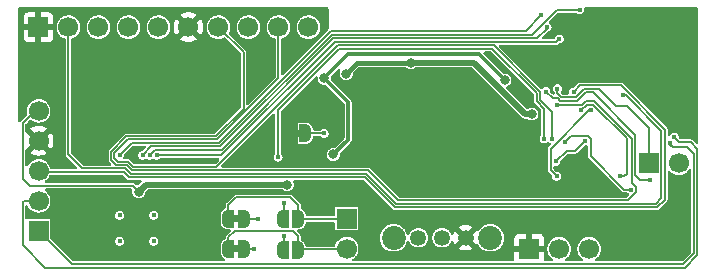
<source format=gbl>
G04 #@! TF.GenerationSoftware,KiCad,Pcbnew,9.0.2*
G04 #@! TF.CreationDate,2025-06-19T13:18:12-04:00*
G04 #@! TF.ProjectId,farlock3,6661726c-6f63-46b3-932e-6b696361645f,v02*
G04 #@! TF.SameCoordinates,Original*
G04 #@! TF.FileFunction,Copper,L2,Bot*
G04 #@! TF.FilePolarity,Positive*
%FSLAX46Y46*%
G04 Gerber Fmt 4.6, Leading zero omitted, Abs format (unit mm)*
G04 Created by KiCad (PCBNEW 9.0.2) date 2025-06-19 13:18:12*
%MOMM*%
%LPD*%
G01*
G04 APERTURE LIST*
G04 Aperture macros list*
%AMFreePoly0*
4,1,35,0.000000,0.748929,0.032702,0.748929,0.097545,0.740393,0.160720,0.723465,0.221144,0.698436,0.277785,0.665735,0.329673,0.625920,0.375920,0.579673,0.415735,0.527785,0.448436,0.471144,0.473465,0.410720,0.490393,0.347545,0.498929,0.282702,0.498929,0.250000,0.500000,0.250000,0.500000,-0.250000,0.498929,-0.250000,0.498929,-0.282702,0.490393,-0.347545,0.473465,-0.410720,
0.448436,-0.471144,0.415735,-0.527785,0.375920,-0.579673,0.329673,-0.625920,0.277785,-0.665735,0.221144,-0.698436,0.160720,-0.723465,0.097545,-0.740393,0.032702,-0.748929,0.000000,-0.748929,0.000000,-0.750000,-0.500000,-0.750000,-0.500000,0.750000,0.000000,0.750000,0.000000,0.748929,0.000000,0.748929,$1*%
%AMFreePoly1*
4,1,35,0.500000,-0.750000,0.000000,-0.750000,0.000000,-0.748929,-0.032702,-0.748929,-0.097545,-0.740393,-0.160720,-0.723465,-0.221144,-0.698436,-0.277785,-0.665735,-0.329673,-0.625920,-0.375920,-0.579673,-0.415735,-0.527785,-0.448436,-0.471144,-0.473465,-0.410720,-0.490393,-0.347545,-0.498929,-0.282702,-0.498929,-0.250000,-0.500000,-0.250000,-0.500000,0.250000,-0.498929,0.250000,-0.498929,0.282702,
-0.490393,0.347545,-0.473465,0.410720,-0.448436,0.471144,-0.415735,0.527785,-0.375920,0.579673,-0.329673,0.625920,-0.277785,0.665735,-0.221144,0.698436,-0.160720,0.723465,-0.097545,0.740393,-0.032702,0.748929,0.000000,0.748929,0.000000,0.750000,0.500000,0.750000,0.500000,-0.750000,0.500000,-0.750000,$1*%
G04 Aperture macros list end*
G04 #@! TA.AperFunction,EtchedComponent*
%ADD10C,0.000000*%
G04 #@! TD*
G04 #@! TA.AperFunction,ComponentPad*
%ADD11C,1.700000*%
G04 #@! TD*
G04 #@! TA.AperFunction,ComponentPad*
%ADD12R,1.700000X1.700000*%
G04 #@! TD*
G04 #@! TA.AperFunction,SMDPad,CuDef*
%ADD13FreePoly0,0.000000*%
G04 #@! TD*
G04 #@! TA.AperFunction,SMDPad,CuDef*
%ADD14FreePoly1,0.000000*%
G04 #@! TD*
G04 #@! TA.AperFunction,ComponentPad*
%ADD15C,1.350000*%
G04 #@! TD*
G04 #@! TA.AperFunction,WasherPad*
%ADD16C,2.025000*%
G04 #@! TD*
G04 #@! TA.AperFunction,SMDPad,CuDef*
%ADD17FreePoly1,180.000000*%
G04 #@! TD*
G04 #@! TA.AperFunction,SMDPad,CuDef*
%ADD18FreePoly0,180.000000*%
G04 #@! TD*
G04 #@! TA.AperFunction,ViaPad*
%ADD19C,0.450000*%
G04 #@! TD*
G04 #@! TA.AperFunction,ViaPad*
%ADD20C,0.800000*%
G04 #@! TD*
G04 #@! TA.AperFunction,Conductor*
%ADD21C,0.150000*%
G04 #@! TD*
G04 #@! TA.AperFunction,Conductor*
%ADD22C,0.400000*%
G04 #@! TD*
G04 #@! TA.AperFunction,Conductor*
%ADD23C,0.500000*%
G04 #@! TD*
G04 #@! TA.AperFunction,Conductor*
%ADD24C,0.300000*%
G04 #@! TD*
G04 #@! TA.AperFunction,Conductor*
%ADD25C,0.127000*%
G04 #@! TD*
G04 APERTURE END LIST*
D10*
G04 #@! TA.AperFunction,EtchedComponent*
G36*
X150525000Y-86150000D02*
G01*
X150025000Y-86150000D01*
X150025000Y-85550000D01*
X150525000Y-85550000D01*
X150525000Y-86150000D01*
G37*
G04 #@! TD.AperFunction*
G04 #@! TA.AperFunction,EtchedComponent*
G36*
X145307000Y-93375000D02*
G01*
X144807000Y-93375000D01*
X144807000Y-92775000D01*
X145307000Y-92775000D01*
X145307000Y-93375000D01*
G37*
G04 #@! TD.AperFunction*
G04 #@! TA.AperFunction,EtchedComponent*
G36*
X145325000Y-95950000D02*
G01*
X144825000Y-95950000D01*
X144825000Y-95350000D01*
X145325000Y-95350000D01*
X145325000Y-95950000D01*
G37*
G04 #@! TD.AperFunction*
D11*
X151190000Y-76860000D03*
X148650000Y-76860000D03*
X146110000Y-76860000D03*
X143570000Y-76860000D03*
X141030000Y-76860000D03*
X138490000Y-76860000D03*
X135950000Y-76860000D03*
X133410000Y-76860000D03*
X130870000Y-76860000D03*
D12*
X128330000Y-76860000D03*
D13*
X150300000Y-95775000D03*
D14*
X149000000Y-95775000D03*
D15*
X164503000Y-94700000D03*
X162503000Y-94700000D03*
X160503000Y-94700000D03*
D16*
X166600000Y-94700000D03*
X158400000Y-94700000D03*
D14*
X149625000Y-85850000D03*
D13*
X150925000Y-85850000D03*
D12*
X169880000Y-95620000D03*
D11*
X172420000Y-95620000D03*
X174960000Y-95620000D03*
D12*
X154425000Y-93075000D03*
D11*
X154425000Y-95615000D03*
X182540000Y-88400000D03*
D12*
X180000000Y-88400000D03*
D17*
X145707000Y-93075000D03*
D18*
X144407000Y-93075000D03*
X144425000Y-95650000D03*
D17*
X145725000Y-95650000D03*
D13*
X150312000Y-93100000D03*
D14*
X149012000Y-93100000D03*
D12*
X128350000Y-94110000D03*
D11*
X128350000Y-91570000D03*
X128350000Y-89030000D03*
X128350000Y-86490000D03*
X128350000Y-83950000D03*
D19*
X136550000Y-88170000D03*
X127610000Y-80340000D03*
X131040000Y-93940000D03*
X151430000Y-83410000D03*
X162790000Y-83800000D03*
X162830000Y-85500000D03*
X155130000Y-87700000D03*
X178700000Y-75530000D03*
X179790000Y-75520000D03*
X165410000Y-93080000D03*
X162510000Y-93030000D03*
X159650000Y-93050000D03*
X174890000Y-93020000D03*
X182490000Y-85660000D03*
D20*
X154400000Y-80800000D03*
D19*
X151500000Y-87800000D03*
X138100000Y-95000000D03*
X135200000Y-95000000D03*
X138100000Y-92800000D03*
X135200000Y-92800000D03*
X141400000Y-82800000D03*
X136900000Y-80100000D03*
X133600000Y-83200000D03*
X134500000Y-89800000D03*
X177300000Y-81300000D03*
X177300000Y-79600000D03*
X177300000Y-77600000D03*
X179100000Y-81900000D03*
X179100000Y-80800000D03*
X179900000Y-81900000D03*
X179900000Y-80800000D03*
X174200000Y-81200000D03*
X174200000Y-80000000D03*
X174200000Y-78700000D03*
X172700000Y-81200000D03*
X172700000Y-80000000D03*
X172700000Y-78700000D03*
X171300000Y-81200000D03*
X171300000Y-80000000D03*
X171300000Y-78700000D03*
X177100000Y-75600000D03*
X179900000Y-77900000D03*
X179100000Y-77900000D03*
X179100000Y-77100000D03*
X179900000Y-77100000D03*
X183000000Y-94100000D03*
X181700000Y-92600000D03*
D20*
X149400000Y-90201000D03*
X136825000Y-90800000D03*
X153300000Y-87650000D03*
X152525000Y-81200000D03*
D19*
X180100000Y-89825000D03*
X172269301Y-83494301D03*
X181826000Y-86659193D03*
X149100000Y-94575000D03*
X135200000Y-87700000D03*
X137149994Y-87725000D03*
X137749997Y-87725000D03*
X138350000Y-87725000D03*
X148625000Y-87875000D03*
X146625000Y-95625000D03*
X146900000Y-93100000D03*
X149150000Y-91725000D03*
X172425000Y-77875000D03*
X171400000Y-76875000D03*
X170925000Y-75875000D03*
X174150000Y-75425000D03*
X152525000Y-85873000D03*
D20*
X159875000Y-79875000D03*
X170100000Y-84225000D03*
D19*
X171300000Y-82325000D03*
X171825000Y-86325000D03*
X171150000Y-86325000D03*
X173637747Y-82361500D03*
X172275000Y-82075000D03*
X178500000Y-90625000D03*
X177575000Y-89500000D03*
X174300000Y-83899000D03*
X172900000Y-86600000D03*
X174650000Y-86500000D03*
X172158051Y-88240000D03*
X172200000Y-89500000D03*
X182169214Y-86167049D03*
X177850000Y-82650000D03*
X175100000Y-83900000D03*
D20*
X167825000Y-81350000D03*
D21*
X183832353Y-88082353D02*
X183832353Y-96016969D01*
X181826000Y-86820000D02*
X182056000Y-87050000D01*
X182056000Y-87050000D02*
X183225000Y-87050000D01*
X183825000Y-87650000D02*
X183825000Y-88075000D01*
X183825000Y-88075000D02*
X183832353Y-88082353D01*
X181826000Y-86659193D02*
X181826000Y-86820000D01*
X182925322Y-96924000D02*
X131164000Y-96924000D01*
X183225000Y-87050000D02*
X183825000Y-87650000D01*
X183832353Y-96016969D02*
X182925322Y-96924000D01*
X131164000Y-96924000D02*
X128350000Y-94110000D01*
X127000000Y-95300000D02*
X127000000Y-91700000D01*
X183575000Y-86600000D02*
X184133372Y-87158372D01*
X182169214Y-86167049D02*
X182602165Y-86600000D01*
X128925000Y-97225000D02*
X127000000Y-95300000D01*
X182602165Y-86600000D02*
X183575000Y-86600000D01*
X184133372Y-87158372D02*
X184133353Y-88100000D01*
X183050000Y-97225000D02*
X128925000Y-97225000D01*
X127130000Y-91570000D02*
X128350000Y-91570000D01*
X184133353Y-88100000D02*
X184133353Y-96141647D01*
X184133353Y-96141647D02*
X183050000Y-97225000D01*
X127000000Y-91700000D02*
X127130000Y-91570000D01*
D22*
X155325000Y-79875000D02*
X154400000Y-80800000D01*
X159875000Y-79875000D02*
X155325000Y-79875000D01*
D21*
X172200000Y-89500000D02*
X171707051Y-89007051D01*
X174962189Y-83900000D02*
X175100000Y-83900000D01*
X171707051Y-89007051D02*
X171707051Y-87155138D01*
X171707051Y-87155138D02*
X174962189Y-83900000D01*
X172158051Y-88240000D02*
X173048051Y-87350000D01*
X173800000Y-87350000D02*
X174650000Y-86500000D01*
X173048051Y-87350000D02*
X173800000Y-87350000D01*
X144407000Y-93075000D02*
X144407000Y-91943000D01*
X144407000Y-91943000D02*
X145080000Y-91270000D01*
X145080000Y-91270000D02*
X149645000Y-91270000D01*
X149645000Y-91270000D02*
X150312000Y-91937000D01*
X150312000Y-91937000D02*
X150312000Y-93100000D01*
X146900000Y-93100000D02*
X145732000Y-93100000D01*
X145732000Y-93100000D02*
X145707000Y-93075000D01*
X136825000Y-90800000D02*
X136325000Y-90300000D01*
X136325000Y-90300000D02*
X127600000Y-90300000D01*
X127600000Y-90300000D02*
X127000000Y-89700000D01*
X127000000Y-89700000D02*
X127000000Y-85000000D01*
X127000000Y-85000000D02*
X128050000Y-83950000D01*
X128050000Y-83950000D02*
X128350000Y-83950000D01*
D23*
X149400000Y-90201000D02*
X137424000Y-90201000D01*
X137424000Y-90201000D02*
X136825000Y-90800000D01*
D24*
X154550000Y-86400000D02*
X153300000Y-87650000D01*
X154550000Y-83225000D02*
X154550000Y-86400000D01*
X152525000Y-81200000D02*
X154550000Y-83225000D01*
D21*
X180724678Y-92126000D02*
X181376000Y-91474678D01*
X177644858Y-81807047D02*
X174192200Y-81807047D01*
X181376000Y-91474678D02*
X181376000Y-85538189D01*
X181376000Y-85538189D02*
X177644858Y-81807047D01*
X174192200Y-81807047D02*
X173637747Y-82361500D01*
X130870000Y-76860000D02*
X130870000Y-87645000D01*
X181075000Y-85668357D02*
X178056643Y-82650000D01*
X178056643Y-82650000D02*
X177850000Y-82650000D01*
X135686189Y-88824000D02*
X136137189Y-89275000D01*
X156100000Y-89275000D02*
X158650000Y-91825000D01*
X181075000Y-91350000D02*
X181075000Y-85668357D01*
X136137189Y-89275000D02*
X156100000Y-89275000D01*
X130870000Y-87645000D02*
X132049000Y-88824000D01*
X132049000Y-88824000D02*
X135686189Y-88824000D01*
X158650000Y-91825000D02*
X180600000Y-91825000D01*
X180600000Y-91825000D02*
X181075000Y-91350000D01*
D25*
X143570000Y-76860000D02*
X145710778Y-79000778D01*
X135780801Y-86104500D02*
X134482500Y-87402802D01*
X145710778Y-79000778D02*
X145710778Y-83760778D01*
X135806103Y-88534500D02*
X136257104Y-88985500D01*
X136257104Y-88985500D02*
X156219915Y-88985500D01*
X134482500Y-87402802D02*
X134482500Y-88082500D01*
X143367056Y-86104500D02*
X135780801Y-86104500D01*
X145710778Y-83760778D02*
X143367056Y-86104500D01*
X134482500Y-88082500D02*
X134934501Y-88534500D01*
X134934501Y-88534500D02*
X135806103Y-88534500D01*
X156219915Y-88985500D02*
X158769915Y-91535500D01*
X158769915Y-91535500D02*
X178211047Y-91535500D01*
X172269301Y-83494301D02*
X172304102Y-83459500D01*
X174330086Y-83459500D02*
X174654086Y-83135500D01*
X174654086Y-83135500D02*
X175394915Y-83135500D01*
X178585500Y-90088953D02*
X178939500Y-90442953D01*
X175394915Y-83135500D02*
X178585500Y-86326085D01*
X172304102Y-83459500D02*
X174330086Y-83459500D01*
X178585500Y-86326085D02*
X178585500Y-90088953D01*
X178939500Y-90442953D02*
X178939500Y-90807047D01*
X178939500Y-90807047D02*
X178211047Y-91535500D01*
D21*
X172290586Y-82900000D02*
X171875000Y-82900000D01*
X171875000Y-82900000D02*
X171300000Y-82325000D01*
X172290586Y-82900000D02*
X172480086Y-83089500D01*
X172480086Y-83089500D02*
X173966461Y-83089500D01*
X173966461Y-83089500D02*
X174669914Y-82386047D01*
X174669914Y-82386047D02*
X175292688Y-82386047D01*
X175292688Y-82386047D02*
X178875000Y-85968359D01*
X178875000Y-89427000D02*
X179273000Y-89825000D01*
X178875000Y-85968359D02*
X178875000Y-89427000D01*
X179273000Y-89825000D02*
X180100000Y-89825000D01*
D25*
X172275000Y-82075000D02*
X172275000Y-82475000D01*
X172275000Y-82475000D02*
X172600000Y-82800000D01*
X175773697Y-82096547D02*
X177216650Y-83539500D01*
X178143578Y-83539500D02*
X180000000Y-85395922D01*
X172600000Y-82800000D02*
X173846547Y-82800000D01*
X173846547Y-82800000D02*
X174550000Y-82096547D01*
X174550000Y-82096547D02*
X175773697Y-82096547D01*
X177216650Y-83539500D02*
X178143578Y-83539500D01*
X180000000Y-85395922D02*
X180000000Y-88400000D01*
X172275000Y-82075000D02*
X172300000Y-82100000D01*
D21*
X177575000Y-89500000D02*
X177900000Y-89500000D01*
X177900000Y-89500000D02*
X178125000Y-89275000D01*
X174774000Y-83425000D02*
X174300000Y-83899000D01*
X178125000Y-89275000D02*
X178125000Y-86275000D01*
X178125000Y-86275000D02*
X175275000Y-83425000D01*
X175275000Y-83425000D02*
X174774000Y-83425000D01*
D24*
X165649000Y-79174000D02*
X154551000Y-79174000D01*
X154551000Y-79174000D02*
X152525000Y-81200000D01*
X167825000Y-81350000D02*
X165649000Y-79174000D01*
D21*
X148625000Y-87875000D02*
X148625000Y-83875000D01*
X170510500Y-82444914D02*
X170510500Y-83144915D01*
X148625000Y-83875000D02*
X153797000Y-78703000D01*
X153797000Y-78703000D02*
X166768586Y-78703000D01*
X166768586Y-78703000D02*
X170510500Y-82444914D01*
X171150000Y-83784415D02*
X171150000Y-86325000D01*
X170510500Y-83144915D02*
X171150000Y-83784415D01*
D25*
X170800000Y-83025000D02*
X170800000Y-82325000D01*
X170800000Y-82325000D02*
X166888500Y-78413500D01*
X166888500Y-78413500D02*
X153677085Y-78413500D01*
X143383085Y-88707500D02*
X136375000Y-88707500D01*
X153677085Y-78413500D02*
X143383085Y-88707500D01*
D21*
X170925000Y-75875000D02*
X169624000Y-77176000D01*
X136228000Y-86672000D02*
X135200000Y-87700000D01*
X169624000Y-77176000D02*
X153098122Y-77176000D01*
X153098122Y-77176000D02*
X143602122Y-86672000D01*
X143602122Y-86672000D02*
X136228000Y-86672000D01*
X173451000Y-86049000D02*
X172900000Y-86600000D01*
X178500000Y-90625000D02*
X177925000Y-90625000D01*
X177925000Y-90625000D02*
X175101000Y-87801000D01*
X175101000Y-86313189D02*
X174836811Y-86049000D01*
X175101000Y-87801000D02*
X175101000Y-86313189D01*
X174836811Y-86049000D02*
X173451000Y-86049000D01*
D25*
X134760500Y-87517953D02*
X134760500Y-87967348D01*
X134760500Y-87967348D02*
X135049652Y-88256500D01*
X135049652Y-88256500D02*
X135921254Y-88256500D01*
X135921254Y-88256500D02*
X136372255Y-88707500D01*
X138625000Y-86382500D02*
X135895953Y-86382500D01*
X143482208Y-86382500D02*
X138625000Y-86382500D01*
X135895953Y-86382500D02*
X134760500Y-87517953D01*
X148650000Y-81214708D02*
X148232354Y-81632354D01*
X148650000Y-76860000D02*
X148650000Y-81214708D01*
X148232354Y-81632354D02*
X143482208Y-86382500D01*
D21*
X135561511Y-89125000D02*
X128445000Y-89125000D01*
X180724678Y-92126000D02*
X158525322Y-92126000D01*
X136012511Y-89576000D02*
X135561511Y-89125000D01*
X158525322Y-92126000D02*
X155975322Y-89576000D01*
X155975322Y-89576000D02*
X136012511Y-89576000D01*
X128445000Y-89125000D02*
X128350000Y-89030000D01*
X149100000Y-95675000D02*
X149000000Y-95775000D01*
X149100000Y-94575000D02*
X149100000Y-95675000D01*
X144425000Y-95650000D02*
X144425000Y-94675000D01*
X149875000Y-94125000D02*
X150300000Y-94550000D01*
X144425000Y-94675000D02*
X144975000Y-94125000D01*
X144975000Y-94125000D02*
X149875000Y-94125000D01*
X150300000Y-94550000D02*
X150300000Y-95675000D01*
X137149994Y-87725000D02*
X137149994Y-87687192D01*
X137149994Y-87687192D02*
X137864186Y-86973000D01*
X143726800Y-86973000D02*
X153177800Y-77522000D01*
X153177800Y-77522000D02*
X170115189Y-77522000D01*
X170115189Y-77522000D02*
X172212189Y-75425000D01*
X172212189Y-75425000D02*
X174150000Y-75425000D01*
X137749997Y-87725000D02*
X137749997Y-87687192D01*
X137749997Y-87687192D02*
X138163189Y-87274000D01*
X171400000Y-76998000D02*
X171400000Y-76875000D01*
X138163189Y-87274000D02*
X143849000Y-87274000D01*
X143849000Y-87274000D02*
X143850239Y-87275239D01*
X153302478Y-77823000D02*
X170575000Y-77823000D01*
X143850239Y-87275239D02*
X153302478Y-77823000D01*
X170575000Y-77823000D02*
X171400000Y-76998000D01*
X138350000Y-87725000D02*
X143826156Y-87725000D01*
X143826156Y-87725000D02*
X153427156Y-78124000D01*
X153427156Y-78124000D02*
X172176000Y-78124000D01*
X172176000Y-78124000D02*
X172425000Y-77875000D01*
X146625000Y-95625000D02*
X145750000Y-95625000D01*
X145750000Y-95625000D02*
X145725000Y-95650000D01*
X149150000Y-91725000D02*
X149150000Y-92962000D01*
X149150000Y-92962000D02*
X149012000Y-93100000D01*
X150300000Y-95675000D02*
X154365000Y-95675000D01*
X154365000Y-95675000D02*
X154425000Y-95615000D01*
X150312000Y-93100000D02*
X154400000Y-93100000D01*
X154400000Y-93100000D02*
X154425000Y-93075000D01*
X152525000Y-85873000D02*
X152502000Y-85850000D01*
X152502000Y-85850000D02*
X150925000Y-85850000D01*
D24*
X179474000Y-87874000D02*
X180000000Y-88400000D01*
D23*
X170100000Y-84225000D02*
X169567214Y-84225000D01*
X165129346Y-79875000D02*
X159875000Y-79875000D01*
X169567214Y-84225000D02*
X165217214Y-79875000D01*
X165217214Y-79875000D02*
X165129346Y-79875000D01*
D25*
X171825000Y-86325000D02*
X171825000Y-84050000D01*
X171825000Y-84050000D02*
X170800000Y-83025000D01*
D21*
X137864186Y-86973000D02*
X143726800Y-86973000D01*
G04 #@! TA.AperFunction,Conductor*
G36*
X183516511Y-88893623D02*
G01*
X183551743Y-88909865D01*
X183580232Y-88936200D01*
X183599189Y-88970049D01*
X183606757Y-89008099D01*
X183606853Y-89012968D01*
X183606853Y-95872202D01*
X183600784Y-95910520D01*
X183583171Y-95945087D01*
X183570534Y-95959883D01*
X182868236Y-96662181D01*
X182836850Y-96684985D01*
X182799953Y-96696973D01*
X182780555Y-96698500D01*
X175555537Y-96698500D01*
X175517219Y-96692431D01*
X175482652Y-96674818D01*
X175455219Y-96647385D01*
X175437606Y-96612818D01*
X175431537Y-96574500D01*
X175437606Y-96536182D01*
X175455219Y-96501615D01*
X175482652Y-96474182D01*
X175486646Y-96471398D01*
X175556716Y-96424579D01*
X175632705Y-96362216D01*
X175702216Y-96292705D01*
X175764579Y-96216716D01*
X175819193Y-96134980D01*
X175865532Y-96048285D01*
X175903151Y-95957465D01*
X175931687Y-95863395D01*
X175950865Y-95766981D01*
X175960500Y-95669151D01*
X175960500Y-95570849D01*
X175950865Y-95473019D01*
X175931687Y-95376605D01*
X175903151Y-95282535D01*
X175901223Y-95277881D01*
X175885940Y-95240984D01*
X175865532Y-95191715D01*
X175819193Y-95105020D01*
X175764579Y-95023284D01*
X175702216Y-94947295D01*
X175702215Y-94947294D01*
X175702211Y-94947289D01*
X175632710Y-94877788D01*
X175556721Y-94815425D01*
X175556720Y-94815424D01*
X175556716Y-94815421D01*
X175539945Y-94804215D01*
X175474985Y-94760810D01*
X175474982Y-94760808D01*
X175474980Y-94760807D01*
X175388285Y-94714468D01*
X175354030Y-94700279D01*
X175297470Y-94676850D01*
X175244053Y-94660646D01*
X175203395Y-94648313D01*
X175153921Y-94638472D01*
X175106977Y-94629134D01*
X175041210Y-94622657D01*
X175009151Y-94619500D01*
X174910849Y-94619500D01*
X174881947Y-94622346D01*
X174813022Y-94629134D01*
X174741279Y-94643405D01*
X174716605Y-94648313D01*
X174716602Y-94648314D01*
X174622529Y-94676850D01*
X174531722Y-94714465D01*
X174531714Y-94714468D01*
X174445025Y-94760804D01*
X174445014Y-94760810D01*
X174363292Y-94815415D01*
X174363278Y-94815425D01*
X174287289Y-94877788D01*
X174217788Y-94947289D01*
X174155425Y-95023278D01*
X174155415Y-95023292D01*
X174100810Y-95105014D01*
X174100804Y-95105025D01*
X174054468Y-95191714D01*
X174054465Y-95191722D01*
X174016850Y-95282529D01*
X173988314Y-95376602D01*
X173988312Y-95376610D01*
X173969134Y-95473022D01*
X173964988Y-95515121D01*
X173959500Y-95570849D01*
X173959500Y-95669151D01*
X173962414Y-95698737D01*
X173969134Y-95766977D01*
X173970730Y-95775000D01*
X173988313Y-95863395D01*
X173988314Y-95863397D01*
X174016850Y-95957470D01*
X174036506Y-96004921D01*
X174054468Y-96048285D01*
X174098134Y-96129980D01*
X174100804Y-96134974D01*
X174100810Y-96134985D01*
X174155415Y-96216707D01*
X174155425Y-96216721D01*
X174217788Y-96292710D01*
X174287289Y-96362211D01*
X174287294Y-96362215D01*
X174287295Y-96362216D01*
X174363284Y-96424579D01*
X174433354Y-96471398D01*
X174461842Y-96497732D01*
X174480799Y-96531581D01*
X174488367Y-96569631D01*
X174483808Y-96608158D01*
X174467566Y-96643390D01*
X174441231Y-96671879D01*
X174407382Y-96690836D01*
X174369332Y-96698404D01*
X174364463Y-96698500D01*
X173015537Y-96698500D01*
X172977219Y-96692431D01*
X172942652Y-96674818D01*
X172915219Y-96647385D01*
X172897606Y-96612818D01*
X172891537Y-96574500D01*
X172897606Y-96536182D01*
X172915219Y-96501615D01*
X172942652Y-96474182D01*
X172946646Y-96471398D01*
X173016716Y-96424579D01*
X173092705Y-96362216D01*
X173162216Y-96292705D01*
X173224579Y-96216716D01*
X173279193Y-96134980D01*
X173325532Y-96048285D01*
X173363151Y-95957465D01*
X173391687Y-95863395D01*
X173410865Y-95766981D01*
X173420500Y-95669151D01*
X173420500Y-95570849D01*
X173410865Y-95473019D01*
X173391687Y-95376605D01*
X173363151Y-95282535D01*
X173361223Y-95277881D01*
X173345940Y-95240984D01*
X173325532Y-95191715D01*
X173279193Y-95105020D01*
X173224579Y-95023284D01*
X173162216Y-94947295D01*
X173162215Y-94947294D01*
X173162211Y-94947289D01*
X173092710Y-94877788D01*
X173016721Y-94815425D01*
X173016720Y-94815424D01*
X173016716Y-94815421D01*
X172999945Y-94804215D01*
X172934985Y-94760810D01*
X172934982Y-94760808D01*
X172934980Y-94760807D01*
X172848285Y-94714468D01*
X172814030Y-94700279D01*
X172757470Y-94676850D01*
X172704053Y-94660646D01*
X172663395Y-94648313D01*
X172613921Y-94638472D01*
X172566977Y-94629134D01*
X172501210Y-94622657D01*
X172469151Y-94619500D01*
X172370849Y-94619500D01*
X172341947Y-94622346D01*
X172273022Y-94629134D01*
X172201279Y-94643405D01*
X172176605Y-94648313D01*
X172176602Y-94648314D01*
X172082529Y-94676850D01*
X171991722Y-94714465D01*
X171991714Y-94714468D01*
X171905025Y-94760804D01*
X171905014Y-94760810D01*
X171823292Y-94815415D01*
X171823278Y-94815425D01*
X171747289Y-94877788D01*
X171677788Y-94947289D01*
X171615425Y-95023278D01*
X171615415Y-95023292D01*
X171560810Y-95105014D01*
X171560804Y-95105025D01*
X171514468Y-95191714D01*
X171514465Y-95191722D01*
X171476850Y-95282529D01*
X171448314Y-95376602D01*
X171448312Y-95376610D01*
X171429134Y-95473022D01*
X171424988Y-95515121D01*
X171419500Y-95570849D01*
X171419500Y-95669151D01*
X171422414Y-95698737D01*
X171429134Y-95766977D01*
X171430730Y-95775000D01*
X171448313Y-95863395D01*
X171448314Y-95863397D01*
X171476850Y-95957470D01*
X171496506Y-96004921D01*
X171514468Y-96048285D01*
X171558134Y-96129980D01*
X171560804Y-96134974D01*
X171560810Y-96134985D01*
X171615415Y-96216707D01*
X171615425Y-96216721D01*
X171677788Y-96292710D01*
X171747289Y-96362211D01*
X171747294Y-96362215D01*
X171747295Y-96362216D01*
X171823284Y-96424579D01*
X171893354Y-96471398D01*
X171921842Y-96497732D01*
X171940799Y-96531581D01*
X171948367Y-96569631D01*
X171943808Y-96608158D01*
X171927566Y-96643390D01*
X171901231Y-96671879D01*
X171867382Y-96690836D01*
X171829332Y-96698404D01*
X171824463Y-96698500D01*
X171244484Y-96698500D01*
X171206166Y-96692431D01*
X171171599Y-96674818D01*
X171144166Y-96647385D01*
X171126553Y-96612818D01*
X171120484Y-96574500D01*
X171124710Y-96542403D01*
X171125427Y-96539727D01*
X171125428Y-96539720D01*
X171129999Y-96487467D01*
X171130000Y-96487467D01*
X171130000Y-95870000D01*
X170313013Y-95870000D01*
X170329399Y-95841619D01*
X170354481Y-95781065D01*
X170371445Y-95717754D01*
X170380000Y-95652772D01*
X170380000Y-95587228D01*
X170371445Y-95522246D01*
X170354481Y-95458935D01*
X170329399Y-95398381D01*
X170313013Y-95370000D01*
X171130000Y-95370000D01*
X171130000Y-94752533D01*
X171129999Y-94752532D01*
X171125428Y-94700279D01*
X171125427Y-94700273D01*
X171107311Y-94632666D01*
X171107311Y-94632665D01*
X171077731Y-94569233D01*
X171037591Y-94511907D01*
X171037586Y-94511901D01*
X170988098Y-94462413D01*
X170988092Y-94462408D01*
X170930766Y-94422268D01*
X170867334Y-94392688D01*
X170799726Y-94374572D01*
X170799720Y-94374571D01*
X170747467Y-94370000D01*
X170130000Y-94370000D01*
X170130000Y-95186987D01*
X170101619Y-95170601D01*
X170041065Y-95145519D01*
X169977754Y-95128555D01*
X169912772Y-95120000D01*
X169847228Y-95120000D01*
X169782246Y-95128555D01*
X169718935Y-95145519D01*
X169658381Y-95170601D01*
X169630000Y-95186987D01*
X169630000Y-94370000D01*
X169012533Y-94370000D01*
X168960279Y-94374571D01*
X168960273Y-94374572D01*
X168892666Y-94392688D01*
X168892665Y-94392688D01*
X168829233Y-94422268D01*
X168771907Y-94462408D01*
X168771901Y-94462413D01*
X168722413Y-94511901D01*
X168722408Y-94511907D01*
X168682268Y-94569233D01*
X168652688Y-94632665D01*
X168652688Y-94632666D01*
X168634572Y-94700273D01*
X168634571Y-94700279D01*
X168630000Y-94752532D01*
X168630000Y-95370000D01*
X169446987Y-95370000D01*
X169430601Y-95398381D01*
X169405519Y-95458935D01*
X169388555Y-95522246D01*
X169380000Y-95587228D01*
X169380000Y-95652772D01*
X169388555Y-95717754D01*
X169405519Y-95781065D01*
X169430601Y-95841619D01*
X169446987Y-95870000D01*
X168630000Y-95870000D01*
X168630000Y-96487467D01*
X168634571Y-96539720D01*
X168634572Y-96539727D01*
X168635290Y-96542403D01*
X168639346Y-96580986D01*
X168631281Y-96618934D01*
X168611884Y-96652533D01*
X168583054Y-96678493D01*
X168547613Y-96694274D01*
X168515516Y-96698500D01*
X155013054Y-96698500D01*
X154974736Y-96692431D01*
X154940169Y-96674818D01*
X154912736Y-96647385D01*
X154895123Y-96612818D01*
X154889054Y-96574500D01*
X154895123Y-96536182D01*
X154912736Y-96501615D01*
X154940169Y-96474182D01*
X154944164Y-96471398D01*
X155021698Y-96419591D01*
X155021697Y-96419591D01*
X155021716Y-96419579D01*
X155097705Y-96357216D01*
X155167216Y-96287705D01*
X155229579Y-96211716D01*
X155284193Y-96129980D01*
X155330532Y-96043285D01*
X155368151Y-95952465D01*
X155396687Y-95858395D01*
X155415865Y-95761981D01*
X155425500Y-95664151D01*
X155425500Y-95565849D01*
X155415865Y-95468019D01*
X155396687Y-95371605D01*
X155368151Y-95277535D01*
X155367934Y-95277012D01*
X155353011Y-95240984D01*
X155330532Y-95186715D01*
X155284193Y-95100020D01*
X155229579Y-95018284D01*
X155167216Y-94942295D01*
X155167215Y-94942294D01*
X155167211Y-94942289D01*
X155097710Y-94872788D01*
X155021721Y-94810425D01*
X155021720Y-94810424D01*
X155021716Y-94810421D01*
X155012428Y-94804215D01*
X154939985Y-94755810D01*
X154939967Y-94755799D01*
X154927586Y-94749181D01*
X154927582Y-94749180D01*
X154853285Y-94709468D01*
X154817794Y-94694767D01*
X154762470Y-94671850D01*
X154709053Y-94655646D01*
X154668395Y-94643313D01*
X154666143Y-94642865D01*
X157237000Y-94642865D01*
X157237000Y-94757135D01*
X157239666Y-94784199D01*
X157248199Y-94870850D01*
X157248199Y-94870852D01*
X157270487Y-94982906D01*
X157270492Y-94982923D01*
X157270493Y-94982927D01*
X157276694Y-95003368D01*
X157303662Y-95092274D01*
X157331791Y-95160183D01*
X157347392Y-95197846D01*
X157401258Y-95298623D01*
X157401260Y-95298626D01*
X157401262Y-95298629D01*
X157464737Y-95393625D01*
X157464745Y-95393637D01*
X157537239Y-95481971D01*
X157618028Y-95562760D01*
X157618033Y-95562764D01*
X157618035Y-95562766D01*
X157627884Y-95570849D01*
X157691636Y-95623169D01*
X157706366Y-95635257D01*
X157801377Y-95698742D01*
X157902154Y-95752608D01*
X158007724Y-95796337D01*
X158117073Y-95829507D01*
X158117082Y-95829508D01*
X158117093Y-95829512D01*
X158210887Y-95848168D01*
X158229147Y-95851800D01*
X158342865Y-95863000D01*
X158342867Y-95863000D01*
X158457133Y-95863000D01*
X158457135Y-95863000D01*
X158570853Y-95851800D01*
X158592666Y-95847460D01*
X158682906Y-95829512D01*
X158682914Y-95829509D01*
X158682927Y-95829507D01*
X158792276Y-95796337D01*
X158897846Y-95752608D01*
X158998623Y-95698742D01*
X159093634Y-95635257D01*
X159181965Y-95562766D01*
X159262766Y-95481965D01*
X159335257Y-95393634D01*
X159398742Y-95298623D01*
X159452608Y-95197846D01*
X159496337Y-95092276D01*
X159511942Y-95040829D01*
X159528872Y-95005924D01*
X159555761Y-94977958D01*
X159589976Y-94959669D01*
X159628167Y-94952849D01*
X159666597Y-94958164D01*
X159701504Y-94975094D01*
X159729470Y-95001983D01*
X159742323Y-95023023D01*
X159779362Y-95099936D01*
X159789813Y-95116569D01*
X159828693Y-95178446D01*
X159844160Y-95197841D01*
X159881951Y-95245230D01*
X159886502Y-95250936D01*
X159952064Y-95316498D01*
X160024554Y-95374307D01*
X160091623Y-95416449D01*
X160103063Y-95423637D01*
X160186597Y-95463865D01*
X160186599Y-95463866D01*
X160198477Y-95468022D01*
X160274112Y-95494487D01*
X160364506Y-95515119D01*
X160364515Y-95515120D01*
X160364520Y-95515121D01*
X160425929Y-95522039D01*
X160456635Y-95525499D01*
X160456638Y-95525500D01*
X160456641Y-95525500D01*
X160549362Y-95525500D01*
X160549363Y-95525499D01*
X160596442Y-95520195D01*
X160641479Y-95515121D01*
X160641482Y-95515120D01*
X160641494Y-95515119D01*
X160731888Y-95494487D01*
X160819403Y-95463865D01*
X160902939Y-95423636D01*
X160981446Y-95374307D01*
X161053936Y-95316498D01*
X161119498Y-95250936D01*
X161177307Y-95178446D01*
X161226636Y-95099939D01*
X161266865Y-95016403D01*
X161297487Y-94928888D01*
X161318119Y-94838494D01*
X161318304Y-94836857D01*
X161324136Y-94785089D01*
X161328500Y-94746359D01*
X161328500Y-94653641D01*
X161328499Y-94653634D01*
X161677500Y-94653634D01*
X161677500Y-94746365D01*
X161687878Y-94838479D01*
X161687880Y-94838491D01*
X161687881Y-94838494D01*
X161690352Y-94849318D01*
X161708512Y-94928886D01*
X161708515Y-94928894D01*
X161739133Y-95016400D01*
X161739134Y-95016402D01*
X161779362Y-95099936D01*
X161789813Y-95116569D01*
X161828693Y-95178446D01*
X161844160Y-95197841D01*
X161881951Y-95245230D01*
X161886502Y-95250936D01*
X161952064Y-95316498D01*
X162024554Y-95374307D01*
X162091623Y-95416449D01*
X162103063Y-95423637D01*
X162186597Y-95463865D01*
X162186599Y-95463866D01*
X162198477Y-95468022D01*
X162274112Y-95494487D01*
X162364506Y-95515119D01*
X162364515Y-95515120D01*
X162364520Y-95515121D01*
X162425929Y-95522039D01*
X162456635Y-95525499D01*
X162456638Y-95525500D01*
X162456641Y-95525500D01*
X162549362Y-95525500D01*
X162549363Y-95525499D01*
X162596442Y-95520195D01*
X162641479Y-95515121D01*
X162641482Y-95515120D01*
X162641494Y-95515119D01*
X162731888Y-95494487D01*
X162819403Y-95463865D01*
X162825071Y-95461135D01*
X162830100Y-95458714D01*
X162830100Y-95458713D01*
X162902939Y-95423636D01*
X162981446Y-95374307D01*
X163053936Y-95316498D01*
X163119498Y-95250936D01*
X163177307Y-95178446D01*
X163226636Y-95099939D01*
X163256905Y-95037083D01*
X163278995Y-95005199D01*
X163309862Y-94981696D01*
X163346480Y-94968882D01*
X163385266Y-94968011D01*
X163422423Y-94979168D01*
X163454313Y-95001261D01*
X163477816Y-95032128D01*
X163487282Y-95054888D01*
X163489617Y-95062584D01*
X163489620Y-95062593D01*
X163530037Y-95160169D01*
X163530044Y-95160183D01*
X163579821Y-95253311D01*
X163579842Y-95253345D01*
X163586353Y-95263091D01*
X163586355Y-95263091D01*
X164105046Y-94744400D01*
X164112849Y-94793667D01*
X164132305Y-94853547D01*
X164160889Y-94909646D01*
X164197897Y-94960583D01*
X164242417Y-95005103D01*
X164293354Y-95042111D01*
X164349453Y-95070695D01*
X164409333Y-95090151D01*
X164458599Y-95097953D01*
X163939907Y-95616644D01*
X163939907Y-95616645D01*
X163949672Y-95623169D01*
X163949676Y-95623172D01*
X164042823Y-95672959D01*
X164042830Y-95672962D01*
X164140405Y-95713379D01*
X164241488Y-95744042D01*
X164345085Y-95764648D01*
X164450191Y-95775000D01*
X164555809Y-95775000D01*
X164660913Y-95764648D01*
X164660916Y-95764648D01*
X164764511Y-95744042D01*
X164865594Y-95713379D01*
X164963168Y-95672962D01*
X165056334Y-95623165D01*
X165066091Y-95616645D01*
X165066092Y-95616644D01*
X164547401Y-95097953D01*
X164596667Y-95090151D01*
X164656547Y-95070695D01*
X164712646Y-95042111D01*
X164763583Y-95005103D01*
X164808103Y-94960583D01*
X164845111Y-94909646D01*
X164873695Y-94853547D01*
X164893151Y-94793667D01*
X164900953Y-94744401D01*
X165419644Y-95263092D01*
X165438910Y-95261194D01*
X165455657Y-95251815D01*
X165493707Y-95244245D01*
X165532234Y-95248803D01*
X165567467Y-95265044D01*
X165595956Y-95291378D01*
X165601682Y-95299258D01*
X165664736Y-95393625D01*
X165664745Y-95393637D01*
X165737239Y-95481971D01*
X165818028Y-95562760D01*
X165818033Y-95562764D01*
X165818035Y-95562766D01*
X165827884Y-95570849D01*
X165891636Y-95623169D01*
X165906366Y-95635257D01*
X166001377Y-95698742D01*
X166102154Y-95752608D01*
X166207724Y-95796337D01*
X166317073Y-95829507D01*
X166317082Y-95829508D01*
X166317093Y-95829512D01*
X166410887Y-95848168D01*
X166429147Y-95851800D01*
X166542865Y-95863000D01*
X166542867Y-95863000D01*
X166657133Y-95863000D01*
X166657135Y-95863000D01*
X166770853Y-95851800D01*
X166792666Y-95847460D01*
X166882906Y-95829512D01*
X166882914Y-95829509D01*
X166882927Y-95829507D01*
X166992276Y-95796337D01*
X167097846Y-95752608D01*
X167198623Y-95698742D01*
X167293634Y-95635257D01*
X167381965Y-95562766D01*
X167462766Y-95481965D01*
X167535257Y-95393634D01*
X167598742Y-95298623D01*
X167652608Y-95197846D01*
X167696337Y-95092276D01*
X167729507Y-94982927D01*
X167729509Y-94982914D01*
X167729512Y-94982906D01*
X167750305Y-94878368D01*
X167751800Y-94870853D01*
X167763000Y-94757135D01*
X167763000Y-94642865D01*
X167751800Y-94529147D01*
X167748370Y-94511901D01*
X167729512Y-94417093D01*
X167729508Y-94417082D01*
X167729507Y-94417073D01*
X167696337Y-94307724D01*
X167652608Y-94202154D01*
X167598742Y-94101377D01*
X167535257Y-94006366D01*
X167530605Y-94000698D01*
X167480719Y-93939911D01*
X167462766Y-93918035D01*
X167462764Y-93918033D01*
X167462760Y-93918028D01*
X167381971Y-93837239D01*
X167293637Y-93764745D01*
X167293625Y-93764737D01*
X167198629Y-93701262D01*
X167198626Y-93701260D01*
X167198625Y-93701259D01*
X167198623Y-93701258D01*
X167097846Y-93647392D01*
X167038013Y-93622608D01*
X166992274Y-93603662D01*
X166921380Y-93582157D01*
X166882927Y-93570493D01*
X166882924Y-93570492D01*
X166882923Y-93570492D01*
X166882906Y-93570487D01*
X166770851Y-93548199D01*
X166679533Y-93539205D01*
X166657135Y-93537000D01*
X166542865Y-93537000D01*
X166520467Y-93539205D01*
X166429149Y-93548199D01*
X166429147Y-93548199D01*
X166317093Y-93570487D01*
X166317076Y-93570492D01*
X166207725Y-93603662D01*
X166102158Y-93647390D01*
X166102155Y-93647391D01*
X166102154Y-93647392D01*
X166101707Y-93647631D01*
X166001373Y-93701260D01*
X166001370Y-93701262D01*
X165906374Y-93764737D01*
X165906362Y-93764745D01*
X165818028Y-93837239D01*
X165737239Y-93918028D01*
X165664745Y-94006362D01*
X165664736Y-94006374D01*
X165601684Y-94100739D01*
X165575349Y-94129228D01*
X165541500Y-94148184D01*
X165503449Y-94155752D01*
X165464923Y-94151192D01*
X165437821Y-94138697D01*
X165419644Y-94136907D01*
X164900953Y-94655598D01*
X164893151Y-94606333D01*
X164873695Y-94546453D01*
X164845111Y-94490354D01*
X164808103Y-94439417D01*
X164763583Y-94394897D01*
X164712646Y-94357889D01*
X164656547Y-94329305D01*
X164596667Y-94309849D01*
X164547400Y-94302046D01*
X165066091Y-93783355D01*
X165066091Y-93783353D01*
X165056345Y-93776842D01*
X165056311Y-93776821D01*
X164963183Y-93727044D01*
X164963169Y-93727037D01*
X164865594Y-93686620D01*
X164764511Y-93655957D01*
X164660914Y-93635351D01*
X164555809Y-93625000D01*
X164450191Y-93625000D01*
X164345086Y-93635351D01*
X164345083Y-93635351D01*
X164241488Y-93655957D01*
X164140405Y-93686620D01*
X164042830Y-93727037D01*
X164042823Y-93727040D01*
X163949679Y-93776826D01*
X163939907Y-93783354D01*
X164458600Y-94302046D01*
X164409333Y-94309849D01*
X164349453Y-94329305D01*
X164293354Y-94357889D01*
X164242417Y-94394897D01*
X164197897Y-94439417D01*
X164160889Y-94490354D01*
X164132305Y-94546453D01*
X164112849Y-94606333D01*
X164105046Y-94655599D01*
X163586354Y-94136907D01*
X163579826Y-94146679D01*
X163530040Y-94239823D01*
X163530037Y-94239830D01*
X163489620Y-94337406D01*
X163489615Y-94337418D01*
X163487281Y-94345114D01*
X163470347Y-94380019D01*
X163443456Y-94407983D01*
X163409240Y-94426269D01*
X163371048Y-94433086D01*
X163332619Y-94427768D01*
X163297714Y-94410834D01*
X163269750Y-94383943D01*
X163256907Y-94362919D01*
X163226636Y-94300061D01*
X163177307Y-94221554D01*
X163119498Y-94149064D01*
X163053936Y-94083502D01*
X163041485Y-94073573D01*
X163027829Y-94062682D01*
X162981446Y-94025693D01*
X162902939Y-93976364D01*
X162902936Y-93976362D01*
X162830095Y-93941284D01*
X162830094Y-93941283D01*
X162819403Y-93936135D01*
X162819397Y-93936132D01*
X162731894Y-93905515D01*
X162731886Y-93905512D01*
X162668226Y-93890982D01*
X162641494Y-93884881D01*
X162641491Y-93884880D01*
X162641479Y-93884878D01*
X162549365Y-93874500D01*
X162549359Y-93874500D01*
X162456641Y-93874500D01*
X162456634Y-93874500D01*
X162364520Y-93884878D01*
X162364506Y-93884881D01*
X162274113Y-93905512D01*
X162274105Y-93905515D01*
X162186599Y-93936133D01*
X162186597Y-93936134D01*
X162103063Y-93976362D01*
X162024555Y-94025692D01*
X161952064Y-94083501D01*
X161886501Y-94149064D01*
X161828692Y-94221555D01*
X161779362Y-94300063D01*
X161739134Y-94383597D01*
X161739133Y-94383599D01*
X161708515Y-94471105D01*
X161708512Y-94471113D01*
X161687881Y-94561506D01*
X161687878Y-94561520D01*
X161677500Y-94653634D01*
X161328499Y-94653634D01*
X161323496Y-94609226D01*
X161318121Y-94561520D01*
X161318120Y-94561515D01*
X161318119Y-94561506D01*
X161297487Y-94471112D01*
X161275398Y-94407983D01*
X161266866Y-94383599D01*
X161266865Y-94383597D01*
X161226637Y-94300063D01*
X161226636Y-94300061D01*
X161177307Y-94221554D01*
X161119498Y-94149064D01*
X161053936Y-94083502D01*
X161041485Y-94073573D01*
X161027829Y-94062682D01*
X160981446Y-94025693D01*
X160902939Y-93976364D01*
X160902936Y-93976362D01*
X160819402Y-93936134D01*
X160819400Y-93936133D01*
X160731894Y-93905515D01*
X160731886Y-93905512D01*
X160668226Y-93890982D01*
X160641494Y-93884881D01*
X160641491Y-93884880D01*
X160641479Y-93884878D01*
X160549365Y-93874500D01*
X160549359Y-93874500D01*
X160456641Y-93874500D01*
X160456634Y-93874500D01*
X160364520Y-93884878D01*
X160364506Y-93884881D01*
X160274113Y-93905512D01*
X160274105Y-93905515D01*
X160186599Y-93936133D01*
X160186597Y-93936134D01*
X160103063Y-93976362D01*
X160024555Y-94025692D01*
X159952064Y-94083501D01*
X159886501Y-94149064D01*
X159828692Y-94221555D01*
X159779362Y-94300063D01*
X159742323Y-94376976D01*
X159720229Y-94408866D01*
X159689362Y-94432368D01*
X159652744Y-94445181D01*
X159613958Y-94446052D01*
X159576801Y-94434894D01*
X159544911Y-94412800D01*
X159521409Y-94381933D01*
X159511942Y-94359169D01*
X159511554Y-94357889D01*
X159496337Y-94307724D01*
X159452608Y-94202154D01*
X159398742Y-94101377D01*
X159335257Y-94006366D01*
X159330605Y-94000698D01*
X159280719Y-93939911D01*
X159262766Y-93918035D01*
X159262764Y-93918033D01*
X159262760Y-93918028D01*
X159181971Y-93837239D01*
X159093637Y-93764745D01*
X159093625Y-93764737D01*
X158998629Y-93701262D01*
X158998626Y-93701260D01*
X158998625Y-93701259D01*
X158998623Y-93701258D01*
X158897846Y-93647392D01*
X158838013Y-93622608D01*
X158792274Y-93603662D01*
X158721380Y-93582157D01*
X158682927Y-93570493D01*
X158682924Y-93570492D01*
X158682923Y-93570492D01*
X158682906Y-93570487D01*
X158570851Y-93548199D01*
X158479533Y-93539205D01*
X158457135Y-93537000D01*
X158342865Y-93537000D01*
X158320467Y-93539205D01*
X158229149Y-93548199D01*
X158229147Y-93548199D01*
X158117093Y-93570487D01*
X158117076Y-93570492D01*
X158007725Y-93603662D01*
X157902158Y-93647390D01*
X157902155Y-93647391D01*
X157902154Y-93647392D01*
X157901707Y-93647631D01*
X157801373Y-93701260D01*
X157801370Y-93701262D01*
X157706374Y-93764737D01*
X157706362Y-93764745D01*
X157618028Y-93837239D01*
X157537239Y-93918028D01*
X157464745Y-94006362D01*
X157464737Y-94006374D01*
X157401262Y-94101370D01*
X157401260Y-94101373D01*
X157401258Y-94101377D01*
X157354594Y-94188681D01*
X157347390Y-94202158D01*
X157303662Y-94307725D01*
X157270492Y-94417076D01*
X157270487Y-94417093D01*
X157248199Y-94529147D01*
X157248199Y-94529149D01*
X157239794Y-94614500D01*
X157237000Y-94642865D01*
X154666143Y-94642865D01*
X154597113Y-94629134D01*
X154571977Y-94624134D01*
X154506210Y-94617657D01*
X154474151Y-94614500D01*
X154375849Y-94614500D01*
X154346947Y-94617346D01*
X154278022Y-94624134D01*
X154205942Y-94638472D01*
X154181605Y-94643313D01*
X154181602Y-94643314D01*
X154087529Y-94671850D01*
X153996722Y-94709465D01*
X153996714Y-94709468D01*
X153910025Y-94755804D01*
X153910014Y-94755810D01*
X153828292Y-94810415D01*
X153828278Y-94810425D01*
X153752289Y-94872788D01*
X153682788Y-94942289D01*
X153620425Y-95018278D01*
X153620415Y-95018292D01*
X153565810Y-95100014D01*
X153565804Y-95100025D01*
X153519468Y-95186714D01*
X153519465Y-95186722D01*
X153481848Y-95277536D01*
X153456379Y-95361496D01*
X153439449Y-95396402D01*
X153412560Y-95424368D01*
X153378345Y-95442656D01*
X153340153Y-95449476D01*
X153337719Y-95449500D01*
X151049919Y-95449500D01*
X151011601Y-95443431D01*
X150977034Y-95425818D01*
X150949601Y-95398385D01*
X150931988Y-95363818D01*
X150930144Y-95357593D01*
X150921306Y-95324611D01*
X150921302Y-95324595D01*
X150914911Y-95305768D01*
X150914903Y-95305748D01*
X150889836Y-95245230D01*
X150889835Y-95245227D01*
X150889351Y-95244245D01*
X150881034Y-95227380D01*
X150848262Y-95170618D01*
X150841280Y-95160169D01*
X150837225Y-95154099D01*
X150830641Y-95145519D01*
X150797317Y-95102089D01*
X150784207Y-95087140D01*
X150737860Y-95040793D01*
X150722911Y-95027683D01*
X150670912Y-94987783D01*
X150670900Y-94987774D01*
X150654383Y-94976739D01*
X150654382Y-94976738D01*
X150597620Y-94943966D01*
X150597594Y-94943953D01*
X150597581Y-94943946D01*
X150594651Y-94942501D01*
X150562970Y-94920109D01*
X150539759Y-94889023D01*
X150527290Y-94852285D01*
X150525500Y-94831292D01*
X150525500Y-94527787D01*
X150516835Y-94484230D01*
X150516834Y-94484226D01*
X150516834Y-94484224D01*
X150510191Y-94468186D01*
X150499836Y-94443186D01*
X150495156Y-94436182D01*
X150475159Y-94406253D01*
X150475153Y-94406246D01*
X150281268Y-94212362D01*
X150258464Y-94180976D01*
X150246476Y-94144079D01*
X150246476Y-94105283D01*
X150258464Y-94068386D01*
X150281268Y-94037000D01*
X150312654Y-94014196D01*
X150349551Y-94002208D01*
X150360836Y-94000947D01*
X150364612Y-94000700D01*
X150429594Y-93992145D01*
X150449094Y-93988266D01*
X150512405Y-93971302D01*
X150531232Y-93964911D01*
X150591786Y-93939829D01*
X150609620Y-93931034D01*
X150666382Y-93898262D01*
X150682912Y-93887217D01*
X150734911Y-93847317D01*
X150749860Y-93834207D01*
X150796207Y-93787860D01*
X150809317Y-93772911D01*
X150849217Y-93720912D01*
X150860262Y-93704382D01*
X150893034Y-93647620D01*
X150901829Y-93629786D01*
X150926911Y-93569232D01*
X150933302Y-93550405D01*
X150950266Y-93487094D01*
X150954145Y-93467594D01*
X150958659Y-93433309D01*
X150969677Y-93396116D01*
X150991651Y-93364144D01*
X151022430Y-93340526D01*
X151059000Y-93327576D01*
X151081597Y-93325500D01*
X153300500Y-93325500D01*
X153338818Y-93331569D01*
X153373385Y-93349182D01*
X153400818Y-93376615D01*
X153418431Y-93411182D01*
X153424500Y-93449500D01*
X153424500Y-93939389D01*
X153424501Y-93939408D01*
X153424702Y-93941282D01*
X153426427Y-93957320D01*
X153439416Y-93992144D01*
X153441552Y-93997871D01*
X153444643Y-94002000D01*
X153467486Y-94032514D01*
X153502131Y-94058449D01*
X153542680Y-94073573D01*
X153560602Y-94075500D01*
X153560611Y-94075500D01*
X155289389Y-94075500D01*
X155289398Y-94075500D01*
X155307320Y-94073573D01*
X155347869Y-94058449D01*
X155382514Y-94032514D01*
X155408449Y-93997869D01*
X155423573Y-93957320D01*
X155425500Y-93939398D01*
X155425500Y-92210602D01*
X155423573Y-92192680D01*
X155408449Y-92152131D01*
X155382514Y-92117486D01*
X155352601Y-92095093D01*
X155347871Y-92091552D01*
X155347869Y-92091551D01*
X155307320Y-92076427D01*
X155307316Y-92076426D01*
X155289408Y-92074501D01*
X155289406Y-92074500D01*
X155289398Y-92074500D01*
X153560602Y-92074500D01*
X153560594Y-92074500D01*
X153560591Y-92074501D01*
X153542684Y-92076426D01*
X153542681Y-92076426D01*
X153542680Y-92076427D01*
X153513480Y-92087318D01*
X153502128Y-92091552D01*
X153467486Y-92117486D01*
X153441552Y-92152128D01*
X153441551Y-92152131D01*
X153426707Y-92191931D01*
X153426426Y-92192684D01*
X153424501Y-92210591D01*
X153424500Y-92210610D01*
X153424500Y-92750500D01*
X153418431Y-92788818D01*
X153400818Y-92823385D01*
X153373385Y-92850818D01*
X153338818Y-92868431D01*
X153300500Y-92874500D01*
X151081597Y-92874500D01*
X151043279Y-92868431D01*
X151008712Y-92850818D01*
X150981279Y-92823385D01*
X150963666Y-92788818D01*
X150958658Y-92766686D01*
X150956527Y-92750500D01*
X150954145Y-92732406D01*
X150950266Y-92712906D01*
X150933302Y-92649595D01*
X150926911Y-92630768D01*
X150916556Y-92605768D01*
X150901836Y-92570230D01*
X150901835Y-92570227D01*
X150897218Y-92560865D01*
X150893034Y-92552380D01*
X150860262Y-92495618D01*
X150854685Y-92487271D01*
X150849225Y-92479099D01*
X150849029Y-92478844D01*
X150809317Y-92427089D01*
X150796207Y-92412140D01*
X150749860Y-92365793D01*
X150734911Y-92352683D01*
X150682912Y-92312783D01*
X150682900Y-92312774D01*
X150666383Y-92301739D01*
X150666382Y-92301738D01*
X150609620Y-92268966D01*
X150609597Y-92268954D01*
X150609581Y-92268946D01*
X150606651Y-92267501D01*
X150574970Y-92245109D01*
X150551759Y-92214023D01*
X150539290Y-92177285D01*
X150537500Y-92156292D01*
X150537500Y-91914787D01*
X150528835Y-91871228D01*
X150528834Y-91871226D01*
X150528834Y-91871224D01*
X150511835Y-91830186D01*
X150511834Y-91830184D01*
X150511833Y-91830182D01*
X150487158Y-91793253D01*
X150487153Y-91793247D01*
X150455749Y-91761844D01*
X150455748Y-91761843D01*
X149788753Y-91094847D01*
X149788746Y-91094841D01*
X149751817Y-91070166D01*
X149731295Y-91061665D01*
X149710776Y-91053166D01*
X149710774Y-91053165D01*
X149710773Y-91053165D01*
X149710771Y-91053164D01*
X149667212Y-91044500D01*
X149667210Y-91044500D01*
X145057790Y-91044500D01*
X145057788Y-91044500D01*
X145014225Y-91053165D01*
X145014222Y-91053166D01*
X144973190Y-91070162D01*
X144973175Y-91070170D01*
X144936253Y-91094840D01*
X144936246Y-91094846D01*
X144263252Y-91767843D01*
X144263251Y-91767844D01*
X144231846Y-91799247D01*
X144231841Y-91799253D01*
X144207166Y-91836182D01*
X144190165Y-91877226D01*
X144190164Y-91877228D01*
X144181500Y-91920787D01*
X144181500Y-92131292D01*
X144175431Y-92169610D01*
X144157818Y-92204177D01*
X144130385Y-92231610D01*
X144112349Y-92242501D01*
X144109418Y-92243946D01*
X144109391Y-92243960D01*
X144109380Y-92243966D01*
X144091395Y-92254349D01*
X144052616Y-92276739D01*
X144036099Y-92287774D01*
X144036099Y-92287775D01*
X144036092Y-92287780D01*
X144036088Y-92287783D01*
X144019390Y-92300595D01*
X143984093Y-92327679D01*
X143969140Y-92340792D01*
X143922792Y-92387140D01*
X143909679Y-92402093D01*
X143869775Y-92454099D01*
X143869774Y-92454099D01*
X143858739Y-92470616D01*
X143858738Y-92470618D01*
X143825966Y-92527380D01*
X143825961Y-92527391D01*
X143817164Y-92545227D01*
X143817163Y-92545230D01*
X143792096Y-92605748D01*
X143792091Y-92605760D01*
X143785693Y-92624611D01*
X143768736Y-92687896D01*
X143768736Y-92687897D01*
X143764855Y-92707406D01*
X143756301Y-92772376D01*
X143756299Y-92772393D01*
X143755877Y-92778844D01*
X143755000Y-92792228D01*
X143755000Y-93357772D01*
X143755265Y-93361819D01*
X143756299Y-93377606D01*
X143756301Y-93377623D01*
X143764855Y-93442593D01*
X143768736Y-93462102D01*
X143768736Y-93462103D01*
X143775434Y-93487102D01*
X143785698Y-93525405D01*
X143789634Y-93537000D01*
X143792091Y-93544239D01*
X143792096Y-93544251D01*
X143817163Y-93604769D01*
X143817164Y-93604772D01*
X143817171Y-93604786D01*
X143825966Y-93622620D01*
X143858738Y-93679382D01*
X143858739Y-93679383D01*
X143869774Y-93695900D01*
X143869781Y-93695909D01*
X143869783Y-93695912D01*
X143909683Y-93747911D01*
X143922793Y-93762860D01*
X143969140Y-93809207D01*
X143984089Y-93822317D01*
X144036088Y-93862217D01*
X144036099Y-93862224D01*
X144036099Y-93862225D01*
X144044271Y-93867685D01*
X144052618Y-93873262D01*
X144109380Y-93906034D01*
X144127214Y-93914829D01*
X144127219Y-93914831D01*
X144127227Y-93914835D01*
X144127230Y-93914836D01*
X144187748Y-93939903D01*
X144187760Y-93939908D01*
X144187764Y-93939909D01*
X144187768Y-93939911D01*
X144206595Y-93946302D01*
X144269906Y-93963266D01*
X144289406Y-93967145D01*
X144354388Y-93975700D01*
X144374228Y-93977000D01*
X144504733Y-93977000D01*
X144543051Y-93983069D01*
X144577618Y-94000682D01*
X144605051Y-94028115D01*
X144622664Y-94062682D01*
X144628733Y-94101000D01*
X144622664Y-94139318D01*
X144605051Y-94173885D01*
X144592414Y-94188681D01*
X144281251Y-94499844D01*
X144249846Y-94531247D01*
X144249841Y-94531253D01*
X144225166Y-94568182D01*
X144208165Y-94609226D01*
X144208164Y-94609228D01*
X144199500Y-94652787D01*
X144199500Y-94706292D01*
X144193431Y-94744610D01*
X144175818Y-94779177D01*
X144148385Y-94806610D01*
X144130349Y-94817501D01*
X144127418Y-94818946D01*
X144127391Y-94818960D01*
X144127380Y-94818966D01*
X144127368Y-94818973D01*
X144070616Y-94851739D01*
X144054099Y-94862774D01*
X144054099Y-94862775D01*
X144054092Y-94862780D01*
X144054088Y-94862783D01*
X144046669Y-94868476D01*
X144002093Y-94902679D01*
X143987140Y-94915792D01*
X143940792Y-94962140D01*
X143927679Y-94977093D01*
X143905557Y-95005924D01*
X143888865Y-95027679D01*
X143887775Y-95029099D01*
X143887774Y-95029099D01*
X143876739Y-95045616D01*
X143866937Y-95062593D01*
X143843966Y-95102380D01*
X143843961Y-95102391D01*
X143835164Y-95120227D01*
X143835163Y-95120230D01*
X143810096Y-95180748D01*
X143810091Y-95180760D01*
X143808070Y-95186715D01*
X143804294Y-95197841D01*
X143803693Y-95199611D01*
X143786736Y-95262896D01*
X143786736Y-95262897D01*
X143786734Y-95262906D01*
X143783941Y-95276946D01*
X143782855Y-95282406D01*
X143774301Y-95347376D01*
X143774299Y-95347393D01*
X143773631Y-95357593D01*
X143773000Y-95367228D01*
X143773000Y-95932772D01*
X143773113Y-95934492D01*
X143774299Y-95952606D01*
X143774301Y-95952623D01*
X143779387Y-95991254D01*
X143782855Y-96017594D01*
X143786641Y-96036627D01*
X143786736Y-96037102D01*
X143786736Y-96037103D01*
X143803693Y-96100388D01*
X143803695Y-96100394D01*
X143803698Y-96100405D01*
X143807446Y-96111445D01*
X143810091Y-96119239D01*
X143810096Y-96119251D01*
X143835163Y-96179769D01*
X143835164Y-96179772D01*
X143835171Y-96179786D01*
X143843966Y-96197620D01*
X143860008Y-96225405D01*
X143876739Y-96254383D01*
X143887774Y-96270900D01*
X143887781Y-96270909D01*
X143887783Y-96270912D01*
X143904505Y-96292705D01*
X143927450Y-96322608D01*
X143927683Y-96322911D01*
X143940793Y-96337860D01*
X143987140Y-96384207D01*
X144002089Y-96397317D01*
X144054088Y-96437217D01*
X144054099Y-96437224D01*
X144054099Y-96437225D01*
X144062271Y-96442685D01*
X144070618Y-96448262D01*
X144103270Y-96467114D01*
X144133419Y-96491528D01*
X144154549Y-96524065D01*
X144164590Y-96561538D01*
X144162559Y-96600281D01*
X144148656Y-96636500D01*
X144124241Y-96666650D01*
X144091704Y-96687780D01*
X144054231Y-96697821D01*
X144041269Y-96698500D01*
X131308767Y-96698500D01*
X131270449Y-96692431D01*
X131235882Y-96674818D01*
X131221086Y-96662181D01*
X129529348Y-94970443D01*
X134824500Y-94970443D01*
X134824500Y-95029556D01*
X134829733Y-95062593D01*
X134833746Y-95087930D01*
X134838445Y-95102391D01*
X134852012Y-95144146D01*
X134865492Y-95170601D01*
X134876805Y-95192804D01*
X134878846Y-95196808D01*
X134913579Y-95244616D01*
X134955383Y-95286420D01*
X134986831Y-95309267D01*
X135003195Y-95321156D01*
X135036748Y-95338252D01*
X135055853Y-95347987D01*
X135055855Y-95347987D01*
X135055858Y-95347989D01*
X135112070Y-95366254D01*
X135135722Y-95370000D01*
X135170444Y-95375500D01*
X135170448Y-95375500D01*
X135229556Y-95375500D01*
X135255497Y-95371390D01*
X135287930Y-95366254D01*
X135344142Y-95347989D01*
X135396805Y-95321156D01*
X135427819Y-95298623D01*
X135444616Y-95286420D01*
X135444618Y-95286417D01*
X135444622Y-95286415D01*
X135486415Y-95244622D01*
X135486417Y-95244618D01*
X135486420Y-95244616D01*
X135514043Y-95206595D01*
X135521156Y-95196805D01*
X135547989Y-95144142D01*
X135566254Y-95087930D01*
X135571699Y-95053553D01*
X135575500Y-95029556D01*
X135575500Y-94970443D01*
X137724500Y-94970443D01*
X137724500Y-95029556D01*
X137729733Y-95062593D01*
X137733746Y-95087930D01*
X137738445Y-95102391D01*
X137752012Y-95144146D01*
X137765492Y-95170601D01*
X137776805Y-95192804D01*
X137778846Y-95196808D01*
X137813579Y-95244616D01*
X137855383Y-95286420D01*
X137886831Y-95309267D01*
X137903195Y-95321156D01*
X137936748Y-95338252D01*
X137955853Y-95347987D01*
X137955855Y-95347987D01*
X137955858Y-95347989D01*
X138012070Y-95366254D01*
X138035722Y-95370000D01*
X138070444Y-95375500D01*
X138070448Y-95375500D01*
X138129556Y-95375500D01*
X138155497Y-95371390D01*
X138187930Y-95366254D01*
X138244142Y-95347989D01*
X138296805Y-95321156D01*
X138327819Y-95298623D01*
X138344616Y-95286420D01*
X138344618Y-95286417D01*
X138344622Y-95286415D01*
X138386415Y-95244622D01*
X138386417Y-95244618D01*
X138386420Y-95244616D01*
X138414043Y-95206595D01*
X138421156Y-95196805D01*
X138447989Y-95144142D01*
X138466254Y-95087930D01*
X138471699Y-95053553D01*
X138475500Y-95029556D01*
X138475500Y-94970443D01*
X138469743Y-94934097D01*
X138466254Y-94912070D01*
X138447989Y-94855858D01*
X138447987Y-94855855D01*
X138447987Y-94855853D01*
X138429860Y-94820278D01*
X138421156Y-94803195D01*
X138410962Y-94789164D01*
X138386420Y-94755383D01*
X138344616Y-94713579D01*
X138296808Y-94678846D01*
X138296807Y-94678845D01*
X138296805Y-94678844D01*
X138276541Y-94668519D01*
X138244146Y-94652012D01*
X138217370Y-94643312D01*
X138187930Y-94633746D01*
X138187926Y-94633745D01*
X138187925Y-94633745D01*
X138129556Y-94624500D01*
X138129552Y-94624500D01*
X138070448Y-94624500D01*
X138070444Y-94624500D01*
X138012074Y-94633745D01*
X138012071Y-94633745D01*
X138012070Y-94633746D01*
X137993844Y-94639667D01*
X137955853Y-94652012D01*
X137903191Y-94678846D01*
X137855383Y-94713579D01*
X137813579Y-94755383D01*
X137778846Y-94803191D01*
X137752012Y-94855853D01*
X137744885Y-94877788D01*
X137734489Y-94909785D01*
X137733745Y-94912074D01*
X137724500Y-94970443D01*
X135575500Y-94970443D01*
X135569743Y-94934097D01*
X135566254Y-94912070D01*
X135547989Y-94855858D01*
X135547987Y-94855855D01*
X135547987Y-94855853D01*
X135529860Y-94820278D01*
X135521156Y-94803195D01*
X135510962Y-94789164D01*
X135486420Y-94755383D01*
X135444616Y-94713579D01*
X135396808Y-94678846D01*
X135396807Y-94678845D01*
X135396805Y-94678844D01*
X135376541Y-94668519D01*
X135344146Y-94652012D01*
X135317370Y-94643312D01*
X135287930Y-94633746D01*
X135287926Y-94633745D01*
X135287925Y-94633745D01*
X135229556Y-94624500D01*
X135229552Y-94624500D01*
X135170448Y-94624500D01*
X135170444Y-94624500D01*
X135112074Y-94633745D01*
X135112071Y-94633745D01*
X135112070Y-94633746D01*
X135093844Y-94639667D01*
X135055853Y-94652012D01*
X135003191Y-94678846D01*
X134955383Y-94713579D01*
X134913579Y-94755383D01*
X134878846Y-94803191D01*
X134852012Y-94855853D01*
X134844885Y-94877788D01*
X134834489Y-94909785D01*
X134833745Y-94912074D01*
X134824500Y-94970443D01*
X129529348Y-94970443D01*
X129386819Y-94827914D01*
X129364015Y-94796528D01*
X129352027Y-94759631D01*
X129350500Y-94740233D01*
X129350500Y-93245610D01*
X129350500Y-93245602D01*
X129348573Y-93227680D01*
X129333449Y-93187131D01*
X129307514Y-93152486D01*
X129278967Y-93131116D01*
X129272871Y-93126552D01*
X129272869Y-93126551D01*
X129232320Y-93111427D01*
X129232316Y-93111426D01*
X129214408Y-93109501D01*
X129214406Y-93109500D01*
X129214398Y-93109500D01*
X127485602Y-93109500D01*
X127485594Y-93109500D01*
X127485591Y-93109501D01*
X127467684Y-93111426D01*
X127467681Y-93111426D01*
X127467680Y-93111427D01*
X127427131Y-93126551D01*
X127427130Y-93126551D01*
X127427129Y-93126552D01*
X127423809Y-93129038D01*
X127389496Y-93147142D01*
X127351268Y-93153756D01*
X127312868Y-93148234D01*
X127278053Y-93131116D01*
X127250231Y-93104078D01*
X127232127Y-93069765D01*
X127225513Y-93031537D01*
X127225500Y-93029769D01*
X127225500Y-92770443D01*
X134824500Y-92770443D01*
X134824500Y-92829556D01*
X134830899Y-92869957D01*
X134833746Y-92887930D01*
X134838705Y-92903191D01*
X134852012Y-92944146D01*
X134878846Y-92996808D01*
X134913579Y-93044616D01*
X134955383Y-93086420D01*
X134989804Y-93111427D01*
X135003195Y-93121156D01*
X135022743Y-93131116D01*
X135055853Y-93147987D01*
X135055855Y-93147987D01*
X135055858Y-93147989D01*
X135112070Y-93166254D01*
X135141259Y-93170877D01*
X135170444Y-93175500D01*
X135170448Y-93175500D01*
X135229556Y-93175500D01*
X135255497Y-93171390D01*
X135287930Y-93166254D01*
X135344142Y-93147989D01*
X135396805Y-93121156D01*
X135423650Y-93101651D01*
X135444616Y-93086420D01*
X135444618Y-93086417D01*
X135444622Y-93086415D01*
X135486415Y-93044622D01*
X135486417Y-93044618D01*
X135486420Y-93044616D01*
X135510065Y-93012070D01*
X135521156Y-92996805D01*
X135547989Y-92944142D01*
X135566254Y-92887930D01*
X135573225Y-92843917D01*
X135575500Y-92829556D01*
X135575500Y-92770443D01*
X137724500Y-92770443D01*
X137724500Y-92829556D01*
X137730899Y-92869957D01*
X137733746Y-92887930D01*
X137738705Y-92903191D01*
X137752012Y-92944146D01*
X137778846Y-92996808D01*
X137813579Y-93044616D01*
X137855383Y-93086420D01*
X137889804Y-93111427D01*
X137903195Y-93121156D01*
X137922743Y-93131116D01*
X137955853Y-93147987D01*
X137955855Y-93147987D01*
X137955858Y-93147989D01*
X138012070Y-93166254D01*
X138041259Y-93170877D01*
X138070444Y-93175500D01*
X138070448Y-93175500D01*
X138129556Y-93175500D01*
X138155497Y-93171390D01*
X138187930Y-93166254D01*
X138244142Y-93147989D01*
X138296805Y-93121156D01*
X138323650Y-93101651D01*
X138344616Y-93086420D01*
X138344618Y-93086417D01*
X138344622Y-93086415D01*
X138386415Y-93044622D01*
X138386417Y-93044618D01*
X138386420Y-93044616D01*
X138410065Y-93012070D01*
X138421156Y-92996805D01*
X138447989Y-92944142D01*
X138466254Y-92887930D01*
X138473225Y-92843917D01*
X138475500Y-92829556D01*
X138475500Y-92770443D01*
X138469475Y-92732406D01*
X138466254Y-92712070D01*
X138447989Y-92655858D01*
X138447987Y-92655855D01*
X138447987Y-92655853D01*
X138432068Y-92624611D01*
X138421156Y-92603195D01*
X138418922Y-92600120D01*
X138386420Y-92555383D01*
X138344616Y-92513579D01*
X138296808Y-92478846D01*
X138296807Y-92478845D01*
X138296805Y-92478844D01*
X138280361Y-92470465D01*
X138244146Y-92452012D01*
X138225916Y-92446089D01*
X138187930Y-92433746D01*
X138187926Y-92433745D01*
X138187925Y-92433745D01*
X138129556Y-92424500D01*
X138129552Y-92424500D01*
X138070448Y-92424500D01*
X138070444Y-92424500D01*
X138012074Y-92433745D01*
X138012071Y-92433745D01*
X138012070Y-92433746D01*
X137993844Y-92439667D01*
X137955853Y-92452012D01*
X137903191Y-92478846D01*
X137855383Y-92513579D01*
X137813579Y-92555383D01*
X137778846Y-92603191D01*
X137752012Y-92655853D01*
X137741598Y-92687906D01*
X137735262Y-92707406D01*
X137733745Y-92712074D01*
X137724500Y-92770443D01*
X135575500Y-92770443D01*
X135569475Y-92732406D01*
X135566254Y-92712070D01*
X135547989Y-92655858D01*
X135547987Y-92655855D01*
X135547987Y-92655853D01*
X135532068Y-92624611D01*
X135521156Y-92603195D01*
X135518922Y-92600120D01*
X135486420Y-92555383D01*
X135444616Y-92513579D01*
X135396808Y-92478846D01*
X135396807Y-92478845D01*
X135396805Y-92478844D01*
X135380361Y-92470465D01*
X135344146Y-92452012D01*
X135325916Y-92446089D01*
X135287930Y-92433746D01*
X135287926Y-92433745D01*
X135287925Y-92433745D01*
X135229556Y-92424500D01*
X135229552Y-92424500D01*
X135170448Y-92424500D01*
X135170444Y-92424500D01*
X135112074Y-92433745D01*
X135112071Y-92433745D01*
X135112070Y-92433746D01*
X135093844Y-92439667D01*
X135055853Y-92452012D01*
X135003191Y-92478846D01*
X134955383Y-92513579D01*
X134913579Y-92555383D01*
X134878846Y-92603191D01*
X134852012Y-92655853D01*
X134841598Y-92687906D01*
X134835262Y-92707406D01*
X134833745Y-92712074D01*
X134824500Y-92770443D01*
X127225500Y-92770443D01*
X127225500Y-92083660D01*
X127231569Y-92045342D01*
X127249182Y-92010775D01*
X127276615Y-91983342D01*
X127311182Y-91965729D01*
X127349500Y-91959660D01*
X127387818Y-91965729D01*
X127422385Y-91983342D01*
X127449818Y-92010775D01*
X127458855Y-92025202D01*
X127473831Y-92053220D01*
X127490804Y-92084975D01*
X127490810Y-92084985D01*
X127545415Y-92166707D01*
X127545425Y-92166721D01*
X127607788Y-92242710D01*
X127677289Y-92312211D01*
X127677294Y-92312215D01*
X127677295Y-92312216D01*
X127753284Y-92374579D01*
X127835020Y-92429193D01*
X127921715Y-92475532D01*
X127970202Y-92495616D01*
X128012529Y-92513149D01*
X128012533Y-92513150D01*
X128012535Y-92513151D01*
X128106605Y-92541687D01*
X128203019Y-92560865D01*
X128300849Y-92570500D01*
X128300852Y-92570500D01*
X128399148Y-92570500D01*
X128399151Y-92570500D01*
X128496981Y-92560865D01*
X128593395Y-92541687D01*
X128687465Y-92513151D01*
X128778285Y-92475532D01*
X128864980Y-92429193D01*
X128946716Y-92374579D01*
X129022705Y-92312216D01*
X129092216Y-92242705D01*
X129154579Y-92166716D01*
X129209193Y-92084980D01*
X129255532Y-91998285D01*
X129293151Y-91907465D01*
X129321687Y-91813395D01*
X129340865Y-91716981D01*
X129350500Y-91619151D01*
X129350500Y-91520849D01*
X129340865Y-91423019D01*
X129321687Y-91326605D01*
X129293151Y-91232535D01*
X129285795Y-91214777D01*
X129279967Y-91200706D01*
X129255532Y-91141715D01*
X129209193Y-91055020D01*
X129154579Y-90973284D01*
X129092216Y-90897295D01*
X129092215Y-90897294D01*
X129092211Y-90897289D01*
X129022710Y-90827788D01*
X128946721Y-90765425D01*
X128946712Y-90765418D01*
X128927532Y-90752603D01*
X128899043Y-90726268D01*
X128880087Y-90692419D01*
X128872518Y-90654369D01*
X128877077Y-90615842D01*
X128893319Y-90580610D01*
X128919654Y-90552121D01*
X128953503Y-90533165D01*
X128991553Y-90525596D01*
X128996422Y-90525500D01*
X136167033Y-90525500D01*
X136205351Y-90531569D01*
X136239918Y-90549182D01*
X136267351Y-90576615D01*
X136284964Y-90611182D01*
X136291033Y-90649500D01*
X136286806Y-90681599D01*
X136283920Y-90692364D01*
X136283918Y-90692376D01*
X136274500Y-90763917D01*
X136274500Y-90836082D01*
X136283918Y-90907623D01*
X136283921Y-90907638D01*
X136302596Y-90977331D01*
X136302598Y-90977336D01*
X136329799Y-91043005D01*
X136330212Y-91044002D01*
X136330215Y-91044008D01*
X136330219Y-91044015D01*
X136366290Y-91106493D01*
X136366291Y-91106495D01*
X136410222Y-91163747D01*
X136410228Y-91163754D01*
X136461245Y-91214771D01*
X136461252Y-91214777D01*
X136518504Y-91258708D01*
X136518506Y-91258709D01*
X136564358Y-91285181D01*
X136580998Y-91294788D01*
X136647668Y-91322403D01*
X136717372Y-91341081D01*
X136774608Y-91348616D01*
X136788917Y-91350500D01*
X136788918Y-91350500D01*
X136861083Y-91350500D01*
X136873006Y-91348930D01*
X136932628Y-91341081D01*
X137002332Y-91322403D01*
X137069002Y-91294788D01*
X137131498Y-91258706D01*
X137188749Y-91214776D01*
X137239776Y-91163749D01*
X137283706Y-91106498D01*
X137319788Y-91044002D01*
X137347403Y-90977332D01*
X137366081Y-90907628D01*
X137373067Y-90854561D01*
X137373533Y-90852988D01*
X137373533Y-90851349D01*
X137379030Y-90834429D01*
X137384085Y-90817364D01*
X137385014Y-90816012D01*
X137385521Y-90814452D01*
X137395978Y-90800058D01*
X137406059Y-90785391D01*
X137408249Y-90783142D01*
X137553576Y-90637815D01*
X137584960Y-90615015D01*
X137621857Y-90603027D01*
X137641254Y-90601500D01*
X148975553Y-90601500D01*
X149013871Y-90607569D01*
X149048438Y-90625182D01*
X149051038Y-90627123D01*
X149093506Y-90659709D01*
X149155984Y-90695780D01*
X149155998Y-90695788D01*
X149222668Y-90723403D01*
X149292372Y-90742081D01*
X149349608Y-90749616D01*
X149363917Y-90751500D01*
X149363918Y-90751500D01*
X149436083Y-90751500D01*
X149448858Y-90749818D01*
X149507628Y-90742081D01*
X149577332Y-90723403D01*
X149644002Y-90695788D01*
X149706498Y-90659706D01*
X149763749Y-90615776D01*
X149814776Y-90564749D01*
X149858706Y-90507498D01*
X149894788Y-90445002D01*
X149922403Y-90378332D01*
X149941081Y-90308628D01*
X149950500Y-90237082D01*
X149950500Y-90164918D01*
X149941081Y-90093372D01*
X149922403Y-90023668D01*
X149918059Y-90013181D01*
X149901397Y-89972952D01*
X149892340Y-89935228D01*
X149895384Y-89896552D01*
X149910231Y-89860709D01*
X149935427Y-89831209D01*
X149968506Y-89810939D01*
X150006230Y-89801882D01*
X150015958Y-89801500D01*
X155830555Y-89801500D01*
X155868873Y-89807569D01*
X155903440Y-89825182D01*
X155918236Y-89837819D01*
X158381571Y-92301155D01*
X158381579Y-92301161D01*
X158418502Y-92325832D01*
X158418510Y-92325837D01*
X158422967Y-92327683D01*
X158447522Y-92337853D01*
X158447525Y-92337855D01*
X158454616Y-92340792D01*
X158459546Y-92342834D01*
X158459548Y-92342834D01*
X158459550Y-92342835D01*
X158503109Y-92351500D01*
X158503112Y-92351500D01*
X180746890Y-92351500D01*
X180790449Y-92342835D01*
X180790449Y-92342834D01*
X180790454Y-92342834D01*
X180831492Y-92325835D01*
X180868426Y-92301157D01*
X181551157Y-91618426D01*
X181575835Y-91581492D01*
X181576871Y-91578991D01*
X181578318Y-91575499D01*
X181586290Y-91556252D01*
X181592834Y-91540454D01*
X181595273Y-91528195D01*
X181601500Y-91496890D01*
X181601500Y-89175784D01*
X181607569Y-89137466D01*
X181625182Y-89102899D01*
X181652615Y-89075466D01*
X181687182Y-89057853D01*
X181725500Y-89051784D01*
X181763818Y-89057853D01*
X181798385Y-89075466D01*
X181813181Y-89088103D01*
X181867289Y-89142211D01*
X181867294Y-89142215D01*
X181867295Y-89142216D01*
X181943284Y-89204579D01*
X182025020Y-89259193D01*
X182111715Y-89305532D01*
X182170706Y-89329967D01*
X182202529Y-89343149D01*
X182202533Y-89343150D01*
X182202535Y-89343151D01*
X182296605Y-89371687D01*
X182393019Y-89390865D01*
X182490849Y-89400500D01*
X182490852Y-89400500D01*
X182589148Y-89400500D01*
X182589151Y-89400500D01*
X182686981Y-89390865D01*
X182783395Y-89371687D01*
X182877465Y-89343151D01*
X182968285Y-89305532D01*
X183054980Y-89259193D01*
X183136716Y-89204579D01*
X183212705Y-89142216D01*
X183282216Y-89072705D01*
X183344579Y-88996716D01*
X183379751Y-88944076D01*
X183406085Y-88915589D01*
X183439934Y-88896632D01*
X183477984Y-88889064D01*
X183516511Y-88893623D01*
G37*
G04 #@! TD.AperFunction*
G04 #@! TA.AperFunction,Conductor*
G36*
X166662137Y-78934569D02*
G01*
X166696704Y-78952182D01*
X166711500Y-78964819D01*
X170248681Y-82502000D01*
X170271485Y-82533386D01*
X170283473Y-82570283D01*
X170285000Y-82589681D01*
X170285000Y-83122705D01*
X170285000Y-83167125D01*
X170285000Y-83167127D01*
X170284999Y-83167127D01*
X170293664Y-83210686D01*
X170293665Y-83210688D01*
X170310666Y-83251732D01*
X170335341Y-83288661D01*
X170335347Y-83288668D01*
X170888181Y-83841501D01*
X170910985Y-83872887D01*
X170922973Y-83909784D01*
X170924500Y-83929182D01*
X170924500Y-85968101D01*
X170918431Y-86006419D01*
X170900818Y-86040986D01*
X170888181Y-86055782D01*
X170863583Y-86080379D01*
X170863579Y-86080383D01*
X170828846Y-86128191D01*
X170802012Y-86180853D01*
X170783745Y-86237074D01*
X170774500Y-86295443D01*
X170774500Y-86354556D01*
X170783265Y-86409895D01*
X170783746Y-86412930D01*
X170796089Y-86450916D01*
X170802012Y-86469146D01*
X170828846Y-86521808D01*
X170863579Y-86569616D01*
X170905383Y-86611420D01*
X170945376Y-86640475D01*
X170953195Y-86646156D01*
X170986532Y-86663142D01*
X171005853Y-86672987D01*
X171005855Y-86672987D01*
X171005858Y-86672989D01*
X171062070Y-86691254D01*
X171091259Y-86695877D01*
X171120444Y-86700500D01*
X171120448Y-86700500D01*
X171179556Y-86700500D01*
X171205497Y-86696390D01*
X171237930Y-86691254D01*
X171294142Y-86672989D01*
X171346805Y-86646156D01*
X171373650Y-86626651D01*
X171394616Y-86611420D01*
X171394618Y-86611417D01*
X171394622Y-86611415D01*
X171399819Y-86606218D01*
X171431205Y-86583414D01*
X171468102Y-86571426D01*
X171506898Y-86571426D01*
X171543795Y-86583414D01*
X171557796Y-86591750D01*
X171567150Y-86598187D01*
X171580378Y-86611415D01*
X171628195Y-86646156D01*
X171661556Y-86663154D01*
X171668284Y-86667784D01*
X171676499Y-86675590D01*
X171685668Y-86682251D01*
X171690477Y-86688870D01*
X171696409Y-86694506D01*
X171701810Y-86704468D01*
X171708472Y-86713637D01*
X171711000Y-86721418D01*
X171714900Y-86728611D01*
X171716958Y-86739754D01*
X171720461Y-86750534D01*
X171720461Y-86758717D01*
X171721947Y-86766761D01*
X171720461Y-86777990D01*
X171720462Y-86789330D01*
X171717932Y-86797115D01*
X171716860Y-86805222D01*
X171711976Y-86815445D01*
X171708473Y-86826227D01*
X171703663Y-86832846D01*
X171700137Y-86840229D01*
X171692330Y-86848444D01*
X171685670Y-86857613D01*
X171685670Y-86857614D01*
X171563303Y-86979981D01*
X171563302Y-86979982D01*
X171531897Y-87011385D01*
X171531892Y-87011391D01*
X171507217Y-87048320D01*
X171490216Y-87089364D01*
X171490215Y-87089366D01*
X171481551Y-87132925D01*
X171481551Y-87132928D01*
X171481551Y-88984841D01*
X171481551Y-89029261D01*
X171481551Y-89029263D01*
X171481550Y-89029263D01*
X171490215Y-89072822D01*
X171490216Y-89072824D01*
X171490217Y-89072827D01*
X171496545Y-89088103D01*
X171507217Y-89113868D01*
X171531892Y-89150797D01*
X171531898Y-89150804D01*
X171788181Y-89407086D01*
X171810985Y-89438472D01*
X171822973Y-89475369D01*
X171824500Y-89494767D01*
X171824500Y-89529556D01*
X171832550Y-89580378D01*
X171833746Y-89587930D01*
X171839811Y-89606595D01*
X171852012Y-89644146D01*
X171878846Y-89696808D01*
X171913579Y-89744616D01*
X171955383Y-89786420D01*
X171988338Y-89810362D01*
X172003195Y-89821156D01*
X172034783Y-89837251D01*
X172055853Y-89847987D01*
X172055855Y-89847987D01*
X172055858Y-89847989D01*
X172112070Y-89866254D01*
X172141259Y-89870877D01*
X172170444Y-89875500D01*
X172170448Y-89875500D01*
X172229556Y-89875500D01*
X172255497Y-89871390D01*
X172287930Y-89866254D01*
X172344142Y-89847989D01*
X172396805Y-89821156D01*
X172435787Y-89792834D01*
X172444616Y-89786420D01*
X172444618Y-89786417D01*
X172444622Y-89786415D01*
X172486415Y-89744622D01*
X172486417Y-89744618D01*
X172486420Y-89744616D01*
X172516869Y-89702705D01*
X172521156Y-89696805D01*
X172547989Y-89644142D01*
X172566254Y-89587930D01*
X172573056Y-89544985D01*
X172575500Y-89529556D01*
X172575500Y-89470443D01*
X172568172Y-89424182D01*
X172566254Y-89412070D01*
X172547989Y-89355858D01*
X172547987Y-89355855D01*
X172547987Y-89355853D01*
X172538252Y-89336748D01*
X172521156Y-89303195D01*
X172516808Y-89297210D01*
X172486420Y-89255383D01*
X172444616Y-89213579D01*
X172396808Y-89178846D01*
X172396807Y-89178845D01*
X172396805Y-89178844D01*
X172370728Y-89165557D01*
X172344146Y-89152012D01*
X172313997Y-89142216D01*
X172287930Y-89133746D01*
X172287926Y-89133745D01*
X172287925Y-89133745D01*
X172229556Y-89124500D01*
X172229552Y-89124500D01*
X172194767Y-89124500D01*
X172185126Y-89122973D01*
X172175369Y-89122973D01*
X172166088Y-89119957D01*
X172156449Y-89118431D01*
X172147754Y-89114001D01*
X172138472Y-89110985D01*
X172130575Y-89105247D01*
X172121882Y-89100818D01*
X172107086Y-89088181D01*
X171968870Y-88949965D01*
X171946066Y-88918579D01*
X171934078Y-88881682D01*
X171932551Y-88862284D01*
X171932551Y-88729650D01*
X171938620Y-88691332D01*
X171956233Y-88656765D01*
X171983666Y-88629332D01*
X172018233Y-88611719D01*
X172056551Y-88605650D01*
X172075947Y-88607176D01*
X172088608Y-88609182D01*
X172128495Y-88615500D01*
X172128499Y-88615500D01*
X172187607Y-88615500D01*
X172213548Y-88611390D01*
X172245981Y-88606254D01*
X172302193Y-88587989D01*
X172354856Y-88561156D01*
X172393157Y-88533329D01*
X172402667Y-88526420D01*
X172402669Y-88526417D01*
X172402673Y-88526415D01*
X172444466Y-88484622D01*
X172444468Y-88484618D01*
X172444471Y-88484616D01*
X172470237Y-88449151D01*
X172479207Y-88436805D01*
X172506040Y-88384142D01*
X172524305Y-88327930D01*
X172530663Y-88287788D01*
X172533551Y-88269556D01*
X172533551Y-88234766D01*
X172539620Y-88196448D01*
X172557233Y-88161881D01*
X172569870Y-88147085D01*
X173105137Y-87611819D01*
X173136523Y-87589015D01*
X173173420Y-87577027D01*
X173192818Y-87575500D01*
X173822212Y-87575500D01*
X173865771Y-87566835D01*
X173865771Y-87566834D01*
X173865776Y-87566834D01*
X173906814Y-87549835D01*
X173943748Y-87525157D01*
X174557085Y-86911818D01*
X174560371Y-86909431D01*
X174562970Y-86906304D01*
X174576004Y-86898072D01*
X174588471Y-86889015D01*
X174592336Y-86887759D01*
X174595773Y-86885589D01*
X174604628Y-86883765D01*
X174625368Y-86877027D01*
X174633371Y-86876025D01*
X174639060Y-86875500D01*
X174679552Y-86875500D01*
X174736088Y-86866545D01*
X174740105Y-86866175D01*
X174755476Y-86867176D01*
X174770896Y-86867176D01*
X174774764Y-86868432D01*
X174778819Y-86868697D01*
X174793127Y-86874399D01*
X174807793Y-86879164D01*
X174811083Y-86881554D01*
X174814858Y-86883059D01*
X174826711Y-86892909D01*
X174839180Y-86901968D01*
X174841567Y-86905254D01*
X174844696Y-86907854D01*
X174852928Y-86920891D01*
X174861984Y-86933354D01*
X174863239Y-86937218D01*
X174865411Y-86940657D01*
X174869211Y-86955595D01*
X174873973Y-86970251D01*
X174874436Y-86976137D01*
X174874975Y-86978255D01*
X174874806Y-86980840D01*
X174875500Y-86989650D01*
X174875500Y-87778790D01*
X174875500Y-87823210D01*
X174875500Y-87823212D01*
X174875499Y-87823212D01*
X174884164Y-87866771D01*
X174884165Y-87866773D01*
X174884166Y-87866776D01*
X174891723Y-87885020D01*
X174901166Y-87907817D01*
X174925841Y-87944746D01*
X174925847Y-87944753D01*
X177781246Y-90800152D01*
X177781253Y-90800158D01*
X177818182Y-90824833D01*
X177818184Y-90824834D01*
X177818186Y-90824835D01*
X177859224Y-90841834D01*
X177859227Y-90841834D01*
X177859228Y-90841835D01*
X177902787Y-90850500D01*
X177902790Y-90850500D01*
X177947209Y-90850500D01*
X178143101Y-90850500D01*
X178147114Y-90851135D01*
X178151163Y-90850762D01*
X178166198Y-90854158D01*
X178181419Y-90856569D01*
X178185041Y-90858414D01*
X178189005Y-90859310D01*
X178196553Y-90864280D01*
X178215986Y-90874182D01*
X178222354Y-90879133D01*
X178226745Y-90882782D01*
X178255378Y-90911415D01*
X178301679Y-90945055D01*
X178304789Y-90947639D01*
X178314952Y-90959218D01*
X178325853Y-90970120D01*
X178327698Y-90973741D01*
X178330380Y-90976797D01*
X178336469Y-90990953D01*
X178343467Y-91004687D01*
X178344102Y-91008701D01*
X178345709Y-91012436D01*
X178347125Y-91027785D01*
X178349536Y-91043005D01*
X178348900Y-91047018D01*
X178349274Y-91051068D01*
X178345877Y-91066105D01*
X178343467Y-91081323D01*
X178341621Y-91084944D01*
X178340726Y-91088910D01*
X178332855Y-91102151D01*
X178325855Y-91115891D01*
X178322017Y-91120384D01*
X178320903Y-91122259D01*
X178318958Y-91123965D01*
X178313221Y-91130682D01*
X178158720Y-91285183D01*
X178127338Y-91307985D01*
X178090441Y-91319973D01*
X178071043Y-91321500D01*
X158909919Y-91321500D01*
X158871601Y-91315431D01*
X158837034Y-91297818D01*
X158822238Y-91285181D01*
X156356332Y-88819275D01*
X156321283Y-88795857D01*
X156321284Y-88795857D01*
X156321282Y-88795856D01*
X156282336Y-88779724D01*
X156282330Y-88779722D01*
X156240994Y-88771500D01*
X156240992Y-88771500D01*
X143921089Y-88771500D01*
X143882771Y-88765431D01*
X143848204Y-88747818D01*
X143820771Y-88720385D01*
X143803158Y-88685818D01*
X143797089Y-88647500D01*
X143803158Y-88609182D01*
X143820771Y-88574615D01*
X143833408Y-88559819D01*
X148187819Y-84205407D01*
X148219205Y-84182603D01*
X148256102Y-84170615D01*
X148294898Y-84170615D01*
X148331795Y-84182603D01*
X148363181Y-84205407D01*
X148385985Y-84236793D01*
X148397973Y-84273690D01*
X148399500Y-84293088D01*
X148399500Y-87518101D01*
X148393431Y-87556419D01*
X148375818Y-87590986D01*
X148363181Y-87605782D01*
X148338583Y-87630379D01*
X148338579Y-87630383D01*
X148303846Y-87678191D01*
X148277012Y-87730853D01*
X148266288Y-87763860D01*
X148261437Y-87778790D01*
X148258745Y-87787074D01*
X148249500Y-87845443D01*
X148249500Y-87904556D01*
X148257778Y-87956818D01*
X148258746Y-87962930D01*
X148266377Y-87986415D01*
X148277012Y-88019146D01*
X148293103Y-88050724D01*
X148301322Y-88066856D01*
X148303846Y-88071808D01*
X148338579Y-88119616D01*
X148380383Y-88161420D01*
X148415733Y-88187102D01*
X148428195Y-88196156D01*
X148456245Y-88210448D01*
X148480853Y-88222987D01*
X148480855Y-88222987D01*
X148480858Y-88222989D01*
X148537070Y-88241254D01*
X148566259Y-88245877D01*
X148595444Y-88250500D01*
X148595448Y-88250500D01*
X148654556Y-88250500D01*
X148680497Y-88246390D01*
X148712930Y-88241254D01*
X148769142Y-88222989D01*
X148821805Y-88196156D01*
X148848650Y-88176651D01*
X148869616Y-88161420D01*
X148869618Y-88161417D01*
X148869622Y-88161415D01*
X148911415Y-88119622D01*
X148911417Y-88119618D01*
X148911420Y-88119616D01*
X148927698Y-88097210D01*
X148946156Y-88071805D01*
X148972989Y-88019142D01*
X148991254Y-87962930D01*
X148997767Y-87921808D01*
X149000500Y-87904556D01*
X149000500Y-87845443D01*
X148993822Y-87803284D01*
X148991254Y-87787070D01*
X148972989Y-87730858D01*
X148972987Y-87730855D01*
X148972987Y-87730853D01*
X148959305Y-87704002D01*
X148946156Y-87678195D01*
X148943922Y-87675120D01*
X148911420Y-87630383D01*
X148886819Y-87605782D01*
X148864015Y-87574396D01*
X148852027Y-87537499D01*
X148850500Y-87518101D01*
X148850500Y-85100003D01*
X150273000Y-85100003D01*
X150273000Y-86600003D01*
X150274546Y-86621630D01*
X150286736Y-86663142D01*
X150286738Y-86663146D01*
X150310124Y-86699536D01*
X150310124Y-86699537D01*
X150310125Y-86699538D01*
X150310126Y-86699539D01*
X150342823Y-86727871D01*
X150382177Y-86745843D01*
X150425000Y-86752000D01*
X150425003Y-86752000D01*
X150957764Y-86752000D01*
X150957772Y-86752000D01*
X150977612Y-86750700D01*
X151042594Y-86742145D01*
X151062094Y-86738266D01*
X151125405Y-86721302D01*
X151144232Y-86714911D01*
X151204786Y-86689829D01*
X151222620Y-86681034D01*
X151279382Y-86648262D01*
X151295912Y-86637217D01*
X151347911Y-86597317D01*
X151362860Y-86584207D01*
X151409207Y-86537860D01*
X151422317Y-86522911D01*
X151462217Y-86470912D01*
X151473262Y-86454382D01*
X151506034Y-86397620D01*
X151514829Y-86379786D01*
X151539911Y-86319232D01*
X151546302Y-86300405D01*
X151563266Y-86237094D01*
X151567145Y-86217594D01*
X151571658Y-86183313D01*
X151582677Y-86146116D01*
X151604651Y-86114144D01*
X151635430Y-86090526D01*
X151672000Y-86077576D01*
X151694597Y-86075500D01*
X152145445Y-86075500D01*
X152183763Y-86081569D01*
X152218330Y-86099182D01*
X152234857Y-86114459D01*
X152235140Y-86114177D01*
X152280383Y-86159420D01*
X152324787Y-86191680D01*
X152328195Y-86194156D01*
X152356294Y-86208473D01*
X152380853Y-86220987D01*
X152380855Y-86220987D01*
X152380858Y-86220989D01*
X152437070Y-86239254D01*
X152466259Y-86243877D01*
X152495444Y-86248500D01*
X152495448Y-86248500D01*
X152554556Y-86248500D01*
X152580497Y-86244390D01*
X152612930Y-86239254D01*
X152669142Y-86220989D01*
X152721805Y-86194156D01*
X152751912Y-86172282D01*
X152769616Y-86159420D01*
X152769618Y-86159417D01*
X152769622Y-86159415D01*
X152811415Y-86117622D01*
X152811417Y-86117618D01*
X152811420Y-86117616D01*
X152837609Y-86081569D01*
X152846156Y-86069805D01*
X152872989Y-86017142D01*
X152891254Y-85960930D01*
X152896390Y-85928497D01*
X152900500Y-85902556D01*
X152900500Y-85843443D01*
X152895363Y-85811015D01*
X152891254Y-85785070D01*
X152872989Y-85728858D01*
X152872987Y-85728855D01*
X152872987Y-85728853D01*
X152858030Y-85699500D01*
X152846156Y-85676195D01*
X152843087Y-85671971D01*
X152811420Y-85628383D01*
X152769616Y-85586579D01*
X152721808Y-85551846D01*
X152721807Y-85551845D01*
X152721805Y-85551844D01*
X152696240Y-85538818D01*
X152669146Y-85525012D01*
X152643521Y-85516686D01*
X152612930Y-85506746D01*
X152612926Y-85506745D01*
X152612925Y-85506745D01*
X152554556Y-85497500D01*
X152554552Y-85497500D01*
X152495448Y-85497500D01*
X152495444Y-85497500D01*
X152437074Y-85506745D01*
X152437071Y-85506745D01*
X152437070Y-85506746D01*
X152418844Y-85512667D01*
X152380853Y-85525012D01*
X152328191Y-85551846D01*
X152280383Y-85586579D01*
X152280379Y-85586583D01*
X152278782Y-85588181D01*
X152276957Y-85589506D01*
X152276682Y-85589742D01*
X152276663Y-85589720D01*
X152247396Y-85610985D01*
X152210499Y-85622973D01*
X152191101Y-85624500D01*
X151694597Y-85624500D01*
X151656279Y-85618431D01*
X151621712Y-85600818D01*
X151594279Y-85573385D01*
X151576666Y-85538818D01*
X151571658Y-85516686D01*
X151569132Y-85497500D01*
X151567145Y-85482406D01*
X151563266Y-85462906D01*
X151546302Y-85399595D01*
X151539911Y-85380768D01*
X151520333Y-85333501D01*
X151514836Y-85320230D01*
X151514835Y-85320227D01*
X151514829Y-85320214D01*
X151506034Y-85302380D01*
X151473262Y-85245618D01*
X151462625Y-85229698D01*
X151462225Y-85229099D01*
X151422320Y-85177093D01*
X151422317Y-85177089D01*
X151409207Y-85162140D01*
X151362860Y-85115793D01*
X151347911Y-85102683D01*
X151344414Y-85100000D01*
X151341709Y-85097924D01*
X151295912Y-85062783D01*
X151295900Y-85062774D01*
X151279383Y-85051739D01*
X151279382Y-85051738D01*
X151222620Y-85018966D01*
X151204786Y-85010171D01*
X151204787Y-85010171D01*
X151204772Y-85010164D01*
X151204769Y-85010163D01*
X151144251Y-84985096D01*
X151144239Y-84985091D01*
X151138056Y-84982992D01*
X151125405Y-84978698D01*
X151125394Y-84978695D01*
X151125388Y-84978693D01*
X151062102Y-84961736D01*
X151062099Y-84961735D01*
X151062094Y-84961734D01*
X151042594Y-84957855D01*
X151027841Y-84955912D01*
X150977623Y-84949301D01*
X150977606Y-84949299D01*
X150966959Y-84948602D01*
X150957772Y-84948000D01*
X150425000Y-84948000D01*
X150424996Y-84948000D01*
X150403369Y-84949546D01*
X150361857Y-84961736D01*
X150361853Y-84961738D01*
X150325463Y-84985124D01*
X150325462Y-84985124D01*
X150297129Y-85017822D01*
X150297128Y-85017824D01*
X150279157Y-85057176D01*
X150279156Y-85057178D01*
X150273001Y-85099993D01*
X150273000Y-85100003D01*
X148850500Y-85100003D01*
X148850500Y-84019767D01*
X148856569Y-83981449D01*
X148874182Y-83946882D01*
X148886819Y-83932086D01*
X150322828Y-82496077D01*
X151764645Y-81054259D01*
X151796028Y-81031458D01*
X151832925Y-81019470D01*
X151871721Y-81019470D01*
X151908618Y-81031458D01*
X151940004Y-81054262D01*
X151962808Y-81085648D01*
X151974796Y-81122545D01*
X151975262Y-81158126D01*
X151974500Y-81163914D01*
X151974500Y-81236082D01*
X151983918Y-81307623D01*
X151983921Y-81307638D01*
X152002596Y-81377331D01*
X152002598Y-81377336D01*
X152006221Y-81386082D01*
X152030212Y-81444002D01*
X152030215Y-81444008D01*
X152030219Y-81444015D01*
X152066290Y-81506493D01*
X152066291Y-81506495D01*
X152110222Y-81563747D01*
X152110228Y-81563754D01*
X152161245Y-81614771D01*
X152161252Y-81614777D01*
X152218504Y-81658708D01*
X152218506Y-81658709D01*
X152280984Y-81694780D01*
X152280998Y-81694788D01*
X152347668Y-81722403D01*
X152417372Y-81741081D01*
X152470498Y-81748075D01*
X152488917Y-81750500D01*
X152488918Y-81750500D01*
X152561077Y-81750500D01*
X152561082Y-81750500D01*
X152579500Y-81748075D01*
X152618274Y-81749090D01*
X152654845Y-81762038D01*
X152683362Y-81783333D01*
X154213181Y-83313152D01*
X154235985Y-83344538D01*
X154247973Y-83381435D01*
X154249500Y-83400833D01*
X154249500Y-86224166D01*
X154243431Y-86262484D01*
X154225818Y-86297051D01*
X154213181Y-86311847D01*
X153458362Y-87066665D01*
X153426976Y-87089469D01*
X153390079Y-87101457D01*
X153354502Y-87101924D01*
X153336083Y-87099500D01*
X153336082Y-87099500D01*
X153263918Y-87099500D01*
X153263917Y-87099500D01*
X153192376Y-87108918D01*
X153192361Y-87108921D01*
X153122668Y-87127596D01*
X153122663Y-87127598D01*
X153056008Y-87155207D01*
X153055984Y-87155219D01*
X152993506Y-87191290D01*
X152993504Y-87191291D01*
X152936252Y-87235222D01*
X152936245Y-87235228D01*
X152885228Y-87286245D01*
X152885222Y-87286252D01*
X152841291Y-87343504D01*
X152841290Y-87343506D01*
X152805219Y-87405984D01*
X152805207Y-87406008D01*
X152777598Y-87472663D01*
X152777596Y-87472668D01*
X152758921Y-87542361D01*
X152758918Y-87542376D01*
X152749500Y-87613917D01*
X152749500Y-87686082D01*
X152758918Y-87757623D01*
X152758921Y-87757638D01*
X152777596Y-87827331D01*
X152777598Y-87827336D01*
X152804387Y-87892011D01*
X152805212Y-87894002D01*
X152805215Y-87894008D01*
X152805219Y-87894015D01*
X152841290Y-87956493D01*
X152841291Y-87956495D01*
X152885222Y-88013747D01*
X152885228Y-88013754D01*
X152936245Y-88064771D01*
X152936252Y-88064777D01*
X152993504Y-88108708D01*
X152993506Y-88108709D01*
X153051768Y-88142346D01*
X153055998Y-88144788D01*
X153096140Y-88161415D01*
X153118807Y-88170804D01*
X153122668Y-88172403D01*
X153192372Y-88191081D01*
X153249608Y-88198616D01*
X153263917Y-88200500D01*
X153263918Y-88200500D01*
X153336083Y-88200500D01*
X153348006Y-88198930D01*
X153407628Y-88191081D01*
X153477332Y-88172403D01*
X153544002Y-88144788D01*
X153606498Y-88108706D01*
X153663749Y-88064776D01*
X153714776Y-88013749D01*
X153758706Y-87956498D01*
X153794788Y-87894002D01*
X153822403Y-87827332D01*
X153841081Y-87757628D01*
X153850500Y-87686082D01*
X153850500Y-87613918D01*
X153848075Y-87595499D01*
X153849090Y-87556723D01*
X153862039Y-87520152D01*
X153883330Y-87491639D01*
X154734489Y-86640481D01*
X154734496Y-86640475D01*
X154741556Y-86633414D01*
X154741558Y-86633414D01*
X154783414Y-86591558D01*
X154816300Y-86542340D01*
X154838952Y-86487653D01*
X154838953Y-86487649D01*
X154850501Y-86429599D01*
X154850501Y-86365293D01*
X154850500Y-86365267D01*
X154850500Y-83195402D01*
X154850499Y-83195398D01*
X154847854Y-83182102D01*
X154838952Y-83137347D01*
X154816300Y-83082660D01*
X154783414Y-83033442D01*
X154783412Y-83033439D01*
X154738462Y-82988489D01*
X154738431Y-82988460D01*
X153108333Y-81358362D01*
X153102596Y-81350466D01*
X153095696Y-81343566D01*
X153091266Y-81334872D01*
X153085529Y-81326976D01*
X153082512Y-81317693D01*
X153078083Y-81308999D01*
X153077450Y-81302110D01*
X153073541Y-81290079D01*
X153072014Y-81270681D01*
X153072014Y-81262561D01*
X153075500Y-81236082D01*
X153075500Y-81163918D01*
X153072014Y-81137438D01*
X153072014Y-81129317D01*
X153073792Y-81118087D01*
X153074090Y-81106723D01*
X153076808Y-81099044D01*
X153078083Y-81090999D01*
X153083243Y-81080870D01*
X153087039Y-81070152D01*
X153092284Y-81063127D01*
X153095696Y-81056432D01*
X153101967Y-81050160D01*
X153108329Y-81041640D01*
X153684490Y-80465479D01*
X153715875Y-80442677D01*
X153752772Y-80430689D01*
X153791568Y-80430689D01*
X153828465Y-80442677D01*
X153859851Y-80465481D01*
X153882655Y-80496867D01*
X153894643Y-80533764D01*
X153894643Y-80572560D01*
X153886732Y-80600613D01*
X153877596Y-80622669D01*
X153858921Y-80692361D01*
X153858918Y-80692376D01*
X153849500Y-80763917D01*
X153849500Y-80836082D01*
X153858918Y-80907623D01*
X153858921Y-80907638D01*
X153877596Y-80977331D01*
X153877598Y-80977336D01*
X153905207Y-81043991D01*
X153905212Y-81044002D01*
X153905215Y-81044008D01*
X153905219Y-81044015D01*
X153941290Y-81106493D01*
X153941291Y-81106495D01*
X153985222Y-81163747D01*
X153985228Y-81163754D01*
X154036245Y-81214771D01*
X154036252Y-81214777D01*
X154093504Y-81258708D01*
X154093506Y-81258709D01*
X154155984Y-81294780D01*
X154155998Y-81294788D01*
X154222668Y-81322403D01*
X154292372Y-81341081D01*
X154349608Y-81348616D01*
X154363917Y-81350500D01*
X154363918Y-81350500D01*
X154436083Y-81350500D01*
X154448006Y-81348930D01*
X154507628Y-81341081D01*
X154577332Y-81322403D01*
X154644002Y-81294788D01*
X154706498Y-81258706D01*
X154763749Y-81214776D01*
X154814776Y-81163749D01*
X154858706Y-81106498D01*
X154894788Y-81044002D01*
X154922403Y-80977332D01*
X154941081Y-80907628D01*
X154950500Y-80836082D01*
X154950500Y-80796543D01*
X154956569Y-80758225D01*
X154974182Y-80723658D01*
X154986819Y-80708862D01*
X155433863Y-80261819D01*
X155465249Y-80239015D01*
X155502146Y-80227027D01*
X155521544Y-80225500D01*
X159395612Y-80225500D01*
X159433930Y-80231569D01*
X159468497Y-80249182D01*
X159483293Y-80261819D01*
X159511245Y-80289771D01*
X159511252Y-80289777D01*
X159568504Y-80333708D01*
X159568506Y-80333709D01*
X159630984Y-80369780D01*
X159630998Y-80369788D01*
X159697668Y-80397403D01*
X159767372Y-80416081D01*
X159824608Y-80423616D01*
X159838917Y-80425500D01*
X159838918Y-80425500D01*
X159911083Y-80425500D01*
X159923006Y-80423930D01*
X159982628Y-80416081D01*
X160052332Y-80397403D01*
X160119002Y-80369788D01*
X160181498Y-80333706D01*
X160210022Y-80311819D01*
X160223962Y-80301123D01*
X160258056Y-80282612D01*
X160296202Y-80275542D01*
X160299447Y-80275500D01*
X164999960Y-80275500D01*
X165038278Y-80281569D01*
X165072845Y-80299182D01*
X165087641Y-80311819D01*
X169261730Y-84485908D01*
X169306306Y-84530484D01*
X169306312Y-84530488D01*
X169357302Y-84567536D01*
X169357306Y-84567538D01*
X169380993Y-84579607D01*
X169413475Y-84596158D01*
X169413477Y-84596158D01*
X169413480Y-84596160D01*
X169473427Y-84615637D01*
X169473430Y-84615638D01*
X169535694Y-84625500D01*
X169598734Y-84625500D01*
X169675553Y-84625500D01*
X169713871Y-84631569D01*
X169748438Y-84649182D01*
X169751038Y-84651123D01*
X169793506Y-84683709D01*
X169846115Y-84714082D01*
X169855998Y-84719788D01*
X169922668Y-84747403D01*
X169992372Y-84766081D01*
X170049608Y-84773616D01*
X170063917Y-84775500D01*
X170063918Y-84775500D01*
X170136083Y-84775500D01*
X170148006Y-84773930D01*
X170207628Y-84766081D01*
X170277332Y-84747403D01*
X170344002Y-84719788D01*
X170406498Y-84683706D01*
X170463749Y-84639776D01*
X170514776Y-84588749D01*
X170558706Y-84531498D01*
X170559292Y-84530484D01*
X170594780Y-84469015D01*
X170594788Y-84469002D01*
X170622403Y-84402332D01*
X170641081Y-84332628D01*
X170650500Y-84261082D01*
X170650500Y-84188918D01*
X170650170Y-84186415D01*
X170643881Y-84138642D01*
X170641081Y-84117372D01*
X170622403Y-84047668D01*
X170594788Y-83980998D01*
X170594780Y-83980984D01*
X170558709Y-83918506D01*
X170558708Y-83918504D01*
X170514777Y-83861252D01*
X170514771Y-83861245D01*
X170463754Y-83810228D01*
X170463747Y-83810222D01*
X170406495Y-83766291D01*
X170406493Y-83766290D01*
X170344015Y-83730219D01*
X170344005Y-83730214D01*
X170344002Y-83730212D01*
X170343996Y-83730209D01*
X170343991Y-83730207D01*
X170277336Y-83702598D01*
X170277331Y-83702596D01*
X170207638Y-83683921D01*
X170207623Y-83683918D01*
X170136083Y-83674500D01*
X170136082Y-83674500D01*
X170063918Y-83674500D01*
X170063917Y-83674500D01*
X169992376Y-83683918D01*
X169992361Y-83683921D01*
X169922668Y-83702596D01*
X169922663Y-83702598D01*
X169856008Y-83730207D01*
X169855993Y-83730214D01*
X169800708Y-83762132D01*
X169764489Y-83776034D01*
X169725746Y-83778063D01*
X169688273Y-83768021D01*
X169655737Y-83746891D01*
X169651030Y-83742424D01*
X167977057Y-82068451D01*
X167954253Y-82037065D01*
X167942265Y-82000168D01*
X167942265Y-81961372D01*
X167954253Y-81924475D01*
X167977057Y-81893089D01*
X168008443Y-81870285D01*
X168017274Y-81866213D01*
X168069002Y-81844788D01*
X168131498Y-81808706D01*
X168188749Y-81764776D01*
X168239776Y-81713749D01*
X168283706Y-81656498D01*
X168319788Y-81594002D01*
X168347403Y-81527332D01*
X168366081Y-81457628D01*
X168375500Y-81386082D01*
X168375500Y-81313918D01*
X168374852Y-81308999D01*
X168372982Y-81294792D01*
X168366081Y-81242372D01*
X168347403Y-81172668D01*
X168319788Y-81105998D01*
X168311254Y-81091217D01*
X168283709Y-81043506D01*
X168283708Y-81043504D01*
X168239777Y-80986252D01*
X168239771Y-80986245D01*
X168188754Y-80935228D01*
X168188747Y-80935222D01*
X168131495Y-80891291D01*
X168131493Y-80891290D01*
X168069015Y-80855219D01*
X168069008Y-80855215D01*
X168069002Y-80855212D01*
X168068996Y-80855209D01*
X168068991Y-80855207D01*
X168002336Y-80827598D01*
X168002331Y-80827596D01*
X167932638Y-80808921D01*
X167932623Y-80808918D01*
X167861083Y-80799500D01*
X167861082Y-80799500D01*
X167788918Y-80799500D01*
X167788916Y-80799500D01*
X167770502Y-80801924D01*
X167731719Y-80800908D01*
X167695149Y-80787958D01*
X167666637Y-80766666D01*
X166040152Y-79140181D01*
X166017348Y-79108795D01*
X166005360Y-79071898D01*
X166005360Y-79033102D01*
X166017348Y-78996205D01*
X166040152Y-78964819D01*
X166071538Y-78942015D01*
X166108435Y-78930027D01*
X166127833Y-78928500D01*
X166623819Y-78928500D01*
X166662137Y-78934569D01*
G37*
G04 #@! TD.AperFunction*
G04 #@! TA.AperFunction,Conductor*
G36*
X135455062Y-89356569D02*
G01*
X135489629Y-89374182D01*
X135504425Y-89386819D01*
X135837355Y-89719749D01*
X135868758Y-89751153D01*
X135868764Y-89751158D01*
X135905693Y-89775833D01*
X135905695Y-89775834D01*
X135905697Y-89775835D01*
X135946735Y-89792834D01*
X135946738Y-89792834D01*
X135946739Y-89792835D01*
X135990298Y-89801500D01*
X135990301Y-89801500D01*
X136957746Y-89801500D01*
X136996064Y-89807569D01*
X137030631Y-89825182D01*
X137058064Y-89852615D01*
X137075677Y-89887182D01*
X137081746Y-89925500D01*
X137075677Y-89963818D01*
X137058064Y-89998385D01*
X137045427Y-90013181D01*
X136841933Y-90216674D01*
X136827074Y-90227469D01*
X136812385Y-90238522D01*
X136811452Y-90238820D01*
X136810547Y-90239478D01*
X136775693Y-90251125D01*
X136773049Y-90251589D01*
X136717372Y-90258919D01*
X136690913Y-90266008D01*
X136685530Y-90266954D01*
X136671531Y-90267187D01*
X136657600Y-90268652D01*
X136652228Y-90267510D01*
X136646740Y-90267602D01*
X136633350Y-90263497D01*
X136619652Y-90260586D01*
X136614897Y-90257841D01*
X136609648Y-90256232D01*
X136598180Y-90248189D01*
X136586053Y-90241188D01*
X136578499Y-90234386D01*
X136577885Y-90233956D01*
X136577599Y-90233577D01*
X136576417Y-90232512D01*
X136468748Y-90124843D01*
X136468747Y-90124842D01*
X136468746Y-90124841D01*
X136431817Y-90100166D01*
X136399595Y-90086819D01*
X136390776Y-90083166D01*
X136390774Y-90083165D01*
X136390773Y-90083165D01*
X136390771Y-90083164D01*
X136347212Y-90074500D01*
X136347210Y-90074500D01*
X128996422Y-90074500D01*
X128958104Y-90068431D01*
X128923537Y-90050818D01*
X128896104Y-90023385D01*
X128878491Y-89988818D01*
X128872422Y-89950500D01*
X128878491Y-89912182D01*
X128896104Y-89877615D01*
X128923537Y-89850182D01*
X128927532Y-89847397D01*
X128946716Y-89834579D01*
X129022705Y-89772216D01*
X129056298Y-89738623D01*
X129092214Y-89702708D01*
X129118724Y-89670405D01*
X129154579Y-89626716D01*
X129209193Y-89544980D01*
X129255532Y-89458285D01*
X129268471Y-89427045D01*
X129288742Y-89393968D01*
X129318242Y-89368773D01*
X129354085Y-89353926D01*
X129383032Y-89350500D01*
X135416744Y-89350500D01*
X135455062Y-89356569D01*
G37*
G04 #@! TD.AperFunction*
G04 #@! TA.AperFunction,Conductor*
G36*
X152813818Y-75206569D02*
G01*
X152848385Y-75224182D01*
X152875818Y-75251615D01*
X152893431Y-75286182D01*
X152899500Y-75324500D01*
X152899500Y-76919752D01*
X152908393Y-76964459D01*
X152907651Y-76964606D01*
X152911782Y-76994497D01*
X152904957Y-77032688D01*
X152886664Y-77066900D01*
X152875487Y-77079728D01*
X149075681Y-80879535D01*
X149044295Y-80902339D01*
X149007398Y-80914327D01*
X148968602Y-80914327D01*
X148931705Y-80902339D01*
X148900319Y-80879535D01*
X148877515Y-80848149D01*
X148865527Y-80811252D01*
X148864000Y-80791854D01*
X148864000Y-77932568D01*
X148870069Y-77894250D01*
X148887682Y-77859683D01*
X148915115Y-77832250D01*
X148949682Y-77814637D01*
X148951965Y-77813919D01*
X148987465Y-77803151D01*
X149078285Y-77765532D01*
X149164980Y-77719193D01*
X149246716Y-77664579D01*
X149322705Y-77602216D01*
X149392216Y-77532705D01*
X149454579Y-77456716D01*
X149509193Y-77374980D01*
X149555532Y-77288285D01*
X149593151Y-77197465D01*
X149621687Y-77103395D01*
X149640865Y-77006981D01*
X149650500Y-76909151D01*
X149650500Y-76810849D01*
X150189500Y-76810849D01*
X150189500Y-76909151D01*
X150190544Y-76919748D01*
X150199134Y-77006977D01*
X150199135Y-77006981D01*
X150218313Y-77103395D01*
X150228926Y-77138381D01*
X150246850Y-77197470D01*
X150264987Y-77241254D01*
X150284468Y-77288285D01*
X150318227Y-77351445D01*
X150330804Y-77374974D01*
X150330810Y-77374985D01*
X150385415Y-77456707D01*
X150385425Y-77456721D01*
X150447788Y-77532710D01*
X150517289Y-77602211D01*
X150517294Y-77602215D01*
X150517295Y-77602216D01*
X150593284Y-77664579D01*
X150675020Y-77719193D01*
X150761715Y-77765532D01*
X150813712Y-77787070D01*
X150852529Y-77803149D01*
X150852533Y-77803150D01*
X150852535Y-77803151D01*
X150946605Y-77831687D01*
X151043019Y-77850865D01*
X151140849Y-77860500D01*
X151140852Y-77860500D01*
X151239148Y-77860500D01*
X151239151Y-77860500D01*
X151336981Y-77850865D01*
X151433395Y-77831687D01*
X151527465Y-77803151D01*
X151618285Y-77765532D01*
X151704980Y-77719193D01*
X151786716Y-77664579D01*
X151862705Y-77602216D01*
X151932216Y-77532705D01*
X151994579Y-77456716D01*
X152049193Y-77374980D01*
X152095532Y-77288285D01*
X152133151Y-77197465D01*
X152161687Y-77103395D01*
X152180865Y-77006981D01*
X152190500Y-76909151D01*
X152190500Y-76810849D01*
X152180865Y-76713019D01*
X152161687Y-76616605D01*
X152133151Y-76522535D01*
X152127439Y-76508746D01*
X152116888Y-76483273D01*
X152095532Y-76431715D01*
X152049193Y-76345020D01*
X151994579Y-76263284D01*
X151932216Y-76187295D01*
X151932215Y-76187294D01*
X151932211Y-76187289D01*
X151862710Y-76117788D01*
X151786721Y-76055425D01*
X151786720Y-76055424D01*
X151786716Y-76055421D01*
X151783575Y-76053322D01*
X151704985Y-76000810D01*
X151704982Y-76000808D01*
X151704980Y-76000807D01*
X151618285Y-75954468D01*
X151584030Y-75940279D01*
X151527470Y-75916850D01*
X151474053Y-75900646D01*
X151433395Y-75888313D01*
X151386500Y-75878985D01*
X151336977Y-75869134D01*
X151271210Y-75862657D01*
X151239151Y-75859500D01*
X151140849Y-75859500D01*
X151111947Y-75862346D01*
X151043022Y-75869134D01*
X150946610Y-75888312D01*
X150946605Y-75888313D01*
X150946602Y-75888314D01*
X150852529Y-75916850D01*
X150761722Y-75954465D01*
X150761714Y-75954468D01*
X150675025Y-76000804D01*
X150675014Y-76000810D01*
X150593292Y-76055415D01*
X150593278Y-76055425D01*
X150517289Y-76117788D01*
X150447788Y-76187289D01*
X150385425Y-76263278D01*
X150385415Y-76263292D01*
X150330810Y-76345014D01*
X150330804Y-76345025D01*
X150284468Y-76431714D01*
X150284465Y-76431722D01*
X150246850Y-76522529D01*
X150218314Y-76616602D01*
X150218312Y-76616610D01*
X150199134Y-76713022D01*
X150197378Y-76730858D01*
X150189500Y-76810849D01*
X149650500Y-76810849D01*
X149640865Y-76713019D01*
X149621687Y-76616605D01*
X149593151Y-76522535D01*
X149587439Y-76508746D01*
X149576888Y-76483273D01*
X149555532Y-76431715D01*
X149509193Y-76345020D01*
X149454579Y-76263284D01*
X149392216Y-76187295D01*
X149392215Y-76187294D01*
X149392211Y-76187289D01*
X149322710Y-76117788D01*
X149246721Y-76055425D01*
X149246720Y-76055424D01*
X149246716Y-76055421D01*
X149243575Y-76053322D01*
X149164985Y-76000810D01*
X149164982Y-76000808D01*
X149164980Y-76000807D01*
X149078285Y-75954468D01*
X149044030Y-75940279D01*
X148987470Y-75916850D01*
X148934053Y-75900646D01*
X148893395Y-75888313D01*
X148846500Y-75878985D01*
X148796977Y-75869134D01*
X148731210Y-75862657D01*
X148699151Y-75859500D01*
X148600849Y-75859500D01*
X148571947Y-75862346D01*
X148503022Y-75869134D01*
X148406610Y-75888312D01*
X148406605Y-75888313D01*
X148406602Y-75888314D01*
X148312529Y-75916850D01*
X148221722Y-75954465D01*
X148221714Y-75954468D01*
X148135025Y-76000804D01*
X148135014Y-76000810D01*
X148053292Y-76055415D01*
X148053278Y-76055425D01*
X147977289Y-76117788D01*
X147907788Y-76187289D01*
X147845425Y-76263278D01*
X147845415Y-76263292D01*
X147790810Y-76345014D01*
X147790804Y-76345025D01*
X147744468Y-76431714D01*
X147744465Y-76431722D01*
X147706850Y-76522529D01*
X147678314Y-76616602D01*
X147678312Y-76616610D01*
X147659134Y-76713022D01*
X147657378Y-76730858D01*
X147649500Y-76810849D01*
X147649500Y-76909151D01*
X147650544Y-76919748D01*
X147659134Y-77006977D01*
X147659135Y-77006981D01*
X147678313Y-77103395D01*
X147688926Y-77138381D01*
X147706850Y-77197470D01*
X147724987Y-77241254D01*
X147744468Y-77288285D01*
X147778227Y-77351445D01*
X147790804Y-77374974D01*
X147790810Y-77374985D01*
X147845415Y-77456707D01*
X147845425Y-77456721D01*
X147907788Y-77532710D01*
X147977289Y-77602211D01*
X147977294Y-77602215D01*
X147977295Y-77602216D01*
X148053284Y-77664579D01*
X148135020Y-77719193D01*
X148221715Y-77765532D01*
X148273722Y-77787074D01*
X148312532Y-77803150D01*
X148312534Y-77803150D01*
X148312535Y-77803151D01*
X148347996Y-77813908D01*
X148382901Y-77830838D01*
X148410867Y-77857726D01*
X148429156Y-77891941D01*
X148435976Y-77930132D01*
X148436000Y-77932568D01*
X148436000Y-81074704D01*
X148429931Y-81113022D01*
X148412318Y-81147589D01*
X148399681Y-81162385D01*
X146136459Y-83425607D01*
X146105073Y-83448411D01*
X146068176Y-83460399D01*
X146029380Y-83460399D01*
X145992483Y-83448411D01*
X145961097Y-83425607D01*
X145938293Y-83394221D01*
X145926305Y-83357324D01*
X145924778Y-83337926D01*
X145924778Y-78979698D01*
X145916555Y-78938362D01*
X145916554Y-78938361D01*
X145916554Y-78938357D01*
X145914985Y-78934569D01*
X145900425Y-78899417D01*
X145900423Y-78899414D01*
X145900422Y-78899411D01*
X145877002Y-78864361D01*
X145847195Y-78834554D01*
X144479740Y-77467099D01*
X144456936Y-77435713D01*
X144444948Y-77398816D01*
X144444948Y-77360020D01*
X144456936Y-77323123D01*
X144457982Y-77321117D01*
X144475532Y-77288285D01*
X144513151Y-77197465D01*
X144541687Y-77103395D01*
X144560865Y-77006981D01*
X144570500Y-76909151D01*
X144570500Y-76810849D01*
X145109500Y-76810849D01*
X145109500Y-76909151D01*
X145110544Y-76919748D01*
X145119134Y-77006977D01*
X145119135Y-77006981D01*
X145138313Y-77103395D01*
X145148926Y-77138381D01*
X145166850Y-77197470D01*
X145184987Y-77241254D01*
X145204468Y-77288285D01*
X145238227Y-77351445D01*
X145250804Y-77374974D01*
X145250810Y-77374985D01*
X145305415Y-77456707D01*
X145305425Y-77456721D01*
X145367788Y-77532710D01*
X145437289Y-77602211D01*
X145437294Y-77602215D01*
X145437295Y-77602216D01*
X145513284Y-77664579D01*
X145595020Y-77719193D01*
X145681715Y-77765532D01*
X145733712Y-77787070D01*
X145772529Y-77803149D01*
X145772533Y-77803150D01*
X145772535Y-77803151D01*
X145866605Y-77831687D01*
X145963019Y-77850865D01*
X146060849Y-77860500D01*
X146060852Y-77860500D01*
X146159148Y-77860500D01*
X146159151Y-77860500D01*
X146256981Y-77850865D01*
X146353395Y-77831687D01*
X146447465Y-77803151D01*
X146538285Y-77765532D01*
X146624980Y-77719193D01*
X146706716Y-77664579D01*
X146782705Y-77602216D01*
X146852216Y-77532705D01*
X146914579Y-77456716D01*
X146969193Y-77374980D01*
X147015532Y-77288285D01*
X147053151Y-77197465D01*
X147081687Y-77103395D01*
X147100865Y-77006981D01*
X147110500Y-76909151D01*
X147110500Y-76810849D01*
X147100865Y-76713019D01*
X147081687Y-76616605D01*
X147053151Y-76522535D01*
X147047439Y-76508746D01*
X147036888Y-76483273D01*
X147015532Y-76431715D01*
X146969193Y-76345020D01*
X146914579Y-76263284D01*
X146852216Y-76187295D01*
X146852215Y-76187294D01*
X146852211Y-76187289D01*
X146782710Y-76117788D01*
X146706721Y-76055425D01*
X146706720Y-76055424D01*
X146706716Y-76055421D01*
X146703575Y-76053322D01*
X146624985Y-76000810D01*
X146624982Y-76000808D01*
X146624980Y-76000807D01*
X146538285Y-75954468D01*
X146504030Y-75940279D01*
X146447470Y-75916850D01*
X146394053Y-75900646D01*
X146353395Y-75888313D01*
X146306500Y-75878985D01*
X146256977Y-75869134D01*
X146191210Y-75862657D01*
X146159151Y-75859500D01*
X146060849Y-75859500D01*
X146031947Y-75862346D01*
X145963022Y-75869134D01*
X145866610Y-75888312D01*
X145866605Y-75888313D01*
X145866602Y-75888314D01*
X145772529Y-75916850D01*
X145681722Y-75954465D01*
X145681714Y-75954468D01*
X145595025Y-76000804D01*
X145595014Y-76000810D01*
X145513292Y-76055415D01*
X145513278Y-76055425D01*
X145437289Y-76117788D01*
X145367788Y-76187289D01*
X145305425Y-76263278D01*
X145305415Y-76263292D01*
X145250810Y-76345014D01*
X145250804Y-76345025D01*
X145204468Y-76431714D01*
X145204465Y-76431722D01*
X145166850Y-76522529D01*
X145138314Y-76616602D01*
X145138312Y-76616610D01*
X145119134Y-76713022D01*
X145117378Y-76730858D01*
X145109500Y-76810849D01*
X144570500Y-76810849D01*
X144560865Y-76713019D01*
X144541687Y-76616605D01*
X144513151Y-76522535D01*
X144507439Y-76508746D01*
X144496888Y-76483273D01*
X144475532Y-76431715D01*
X144429193Y-76345020D01*
X144374579Y-76263284D01*
X144312216Y-76187295D01*
X144312215Y-76187294D01*
X144312211Y-76187289D01*
X144242710Y-76117788D01*
X144166721Y-76055425D01*
X144166720Y-76055424D01*
X144166716Y-76055421D01*
X144163575Y-76053322D01*
X144084985Y-76000810D01*
X144084982Y-76000808D01*
X144084980Y-76000807D01*
X143998285Y-75954468D01*
X143964030Y-75940279D01*
X143907470Y-75916850D01*
X143854053Y-75900646D01*
X143813395Y-75888313D01*
X143766500Y-75878985D01*
X143716977Y-75869134D01*
X143651210Y-75862657D01*
X143619151Y-75859500D01*
X143520849Y-75859500D01*
X143491947Y-75862346D01*
X143423022Y-75869134D01*
X143326610Y-75888312D01*
X143326605Y-75888313D01*
X143326602Y-75888314D01*
X143232529Y-75916850D01*
X143141722Y-75954465D01*
X143141714Y-75954468D01*
X143055025Y-76000804D01*
X143055014Y-76000810D01*
X142973292Y-76055415D01*
X142973278Y-76055425D01*
X142897289Y-76117788D01*
X142827788Y-76187289D01*
X142765425Y-76263278D01*
X142765415Y-76263292D01*
X142710810Y-76345014D01*
X142710804Y-76345025D01*
X142664468Y-76431714D01*
X142664465Y-76431722D01*
X142626850Y-76522529D01*
X142598314Y-76616602D01*
X142598312Y-76616610D01*
X142579134Y-76713022D01*
X142577378Y-76730858D01*
X142569500Y-76810849D01*
X142569500Y-76909151D01*
X142570544Y-76919748D01*
X142579134Y-77006977D01*
X142579135Y-77006981D01*
X142598313Y-77103395D01*
X142608926Y-77138381D01*
X142626850Y-77197470D01*
X142644987Y-77241254D01*
X142664468Y-77288285D01*
X142698227Y-77351445D01*
X142710804Y-77374974D01*
X142710810Y-77374985D01*
X142765415Y-77456707D01*
X142765425Y-77456721D01*
X142827788Y-77532710D01*
X142897289Y-77602211D01*
X142897294Y-77602215D01*
X142897295Y-77602216D01*
X142973284Y-77664579D01*
X143055020Y-77719193D01*
X143141715Y-77765532D01*
X143193712Y-77787070D01*
X143232529Y-77803149D01*
X143232533Y-77803150D01*
X143232535Y-77803151D01*
X143326605Y-77831687D01*
X143423019Y-77850865D01*
X143520849Y-77860500D01*
X143520852Y-77860500D01*
X143619148Y-77860500D01*
X143619151Y-77860500D01*
X143716981Y-77850865D01*
X143813395Y-77831687D01*
X143907465Y-77803151D01*
X143998285Y-77765532D01*
X144030972Y-77748060D01*
X144067617Y-77735353D01*
X144106405Y-77734590D01*
X144143530Y-77745851D01*
X144175359Y-77768033D01*
X144177099Y-77769740D01*
X145460459Y-79053100D01*
X145483263Y-79084486D01*
X145495251Y-79121383D01*
X145496778Y-79140781D01*
X145496778Y-83620774D01*
X145490709Y-83659092D01*
X145473096Y-83693659D01*
X145460459Y-83708455D01*
X143314733Y-85854181D01*
X143283347Y-85876985D01*
X143246450Y-85888973D01*
X143227052Y-85890500D01*
X135759722Y-85890500D01*
X135718385Y-85898722D01*
X135718379Y-85898724D01*
X135679438Y-85914854D01*
X135679432Y-85914857D01*
X135644383Y-85938275D01*
X134316277Y-87266382D01*
X134316275Y-87266385D01*
X134296348Y-87296209D01*
X134294588Y-87298842D01*
X134292854Y-87301437D01*
X134292853Y-87301439D01*
X134276725Y-87340376D01*
X134276722Y-87340386D01*
X134268500Y-87381722D01*
X134268500Y-88103578D01*
X134269521Y-88108709D01*
X134274586Y-88134175D01*
X134276212Y-88142346D01*
X134276213Y-88142352D01*
X134276724Y-88144922D01*
X134276725Y-88144926D01*
X134292853Y-88183863D01*
X134292855Y-88183866D01*
X134316275Y-88218915D01*
X134316278Y-88218919D01*
X134484178Y-88386819D01*
X134506982Y-88418205D01*
X134518970Y-88455102D01*
X134518970Y-88493898D01*
X134506982Y-88530795D01*
X134484178Y-88562181D01*
X134452792Y-88584985D01*
X134415895Y-88596973D01*
X134396497Y-88598500D01*
X132193768Y-88598500D01*
X132155450Y-88592431D01*
X132120883Y-88574818D01*
X132106087Y-88562181D01*
X131131819Y-87587913D01*
X131109015Y-87556527D01*
X131097027Y-87519630D01*
X131095500Y-87500232D01*
X131095500Y-77929079D01*
X131101569Y-77890761D01*
X131119182Y-77856194D01*
X131146615Y-77828761D01*
X131181182Y-77811148D01*
X131183387Y-77810455D01*
X131207465Y-77803151D01*
X131298285Y-77765532D01*
X131384980Y-77719193D01*
X131466716Y-77664579D01*
X131542705Y-77602216D01*
X131612216Y-77532705D01*
X131674579Y-77456716D01*
X131729193Y-77374980D01*
X131775532Y-77288285D01*
X131813151Y-77197465D01*
X131841687Y-77103395D01*
X131860865Y-77006981D01*
X131870500Y-76909151D01*
X131870500Y-76810849D01*
X132409500Y-76810849D01*
X132409500Y-76909151D01*
X132410544Y-76919748D01*
X132419134Y-77006977D01*
X132419135Y-77006981D01*
X132438313Y-77103395D01*
X132448926Y-77138381D01*
X132466850Y-77197470D01*
X132484987Y-77241254D01*
X132504468Y-77288285D01*
X132538227Y-77351445D01*
X132550804Y-77374974D01*
X132550810Y-77374985D01*
X132605415Y-77456707D01*
X132605425Y-77456721D01*
X132667788Y-77532710D01*
X132737289Y-77602211D01*
X132737294Y-77602215D01*
X132737295Y-77602216D01*
X132813284Y-77664579D01*
X132895020Y-77719193D01*
X132981715Y-77765532D01*
X133033712Y-77787070D01*
X133072529Y-77803149D01*
X133072533Y-77803150D01*
X133072535Y-77803151D01*
X133166605Y-77831687D01*
X133263019Y-77850865D01*
X133360849Y-77860500D01*
X133360852Y-77860500D01*
X133459148Y-77860500D01*
X133459151Y-77860500D01*
X133556981Y-77850865D01*
X133653395Y-77831687D01*
X133747465Y-77803151D01*
X133838285Y-77765532D01*
X133924980Y-77719193D01*
X134006716Y-77664579D01*
X134082705Y-77602216D01*
X134152216Y-77532705D01*
X134214579Y-77456716D01*
X134269193Y-77374980D01*
X134315532Y-77288285D01*
X134353151Y-77197465D01*
X134381687Y-77103395D01*
X134400865Y-77006981D01*
X134410500Y-76909151D01*
X134410500Y-76810849D01*
X134949500Y-76810849D01*
X134949500Y-76909151D01*
X134950544Y-76919748D01*
X134959134Y-77006977D01*
X134959135Y-77006981D01*
X134978313Y-77103395D01*
X134988926Y-77138381D01*
X135006850Y-77197470D01*
X135024987Y-77241254D01*
X135044468Y-77288285D01*
X135078227Y-77351445D01*
X135090804Y-77374974D01*
X135090810Y-77374985D01*
X135145415Y-77456707D01*
X135145425Y-77456721D01*
X135207788Y-77532710D01*
X135277289Y-77602211D01*
X135277294Y-77602215D01*
X135277295Y-77602216D01*
X135353284Y-77664579D01*
X135435020Y-77719193D01*
X135521715Y-77765532D01*
X135573712Y-77787070D01*
X135612529Y-77803149D01*
X135612533Y-77803150D01*
X135612535Y-77803151D01*
X135706605Y-77831687D01*
X135803019Y-77850865D01*
X135900849Y-77860500D01*
X135900852Y-77860500D01*
X135999148Y-77860500D01*
X135999151Y-77860500D01*
X136096981Y-77850865D01*
X136193395Y-77831687D01*
X136287465Y-77803151D01*
X136378285Y-77765532D01*
X136464980Y-77719193D01*
X136546716Y-77664579D01*
X136622705Y-77602216D01*
X136692216Y-77532705D01*
X136754579Y-77456716D01*
X136809193Y-77374980D01*
X136855532Y-77288285D01*
X136893151Y-77197465D01*
X136921687Y-77103395D01*
X136940865Y-77006981D01*
X136950500Y-76909151D01*
X136950500Y-76810849D01*
X137489500Y-76810849D01*
X137489500Y-76909151D01*
X137490544Y-76919748D01*
X137499134Y-77006977D01*
X137499135Y-77006981D01*
X137518313Y-77103395D01*
X137528926Y-77138381D01*
X137546850Y-77197470D01*
X137564987Y-77241254D01*
X137584468Y-77288285D01*
X137618227Y-77351445D01*
X137630804Y-77374974D01*
X137630810Y-77374985D01*
X137685415Y-77456707D01*
X137685425Y-77456721D01*
X137747788Y-77532710D01*
X137817289Y-77602211D01*
X137817294Y-77602215D01*
X137817295Y-77602216D01*
X137893284Y-77664579D01*
X137975020Y-77719193D01*
X138061715Y-77765532D01*
X138113712Y-77787070D01*
X138152529Y-77803149D01*
X138152533Y-77803150D01*
X138152535Y-77803151D01*
X138246605Y-77831687D01*
X138343019Y-77850865D01*
X138440849Y-77860500D01*
X138440852Y-77860500D01*
X138539148Y-77860500D01*
X138539151Y-77860500D01*
X138636981Y-77850865D01*
X138733395Y-77831687D01*
X138827465Y-77803151D01*
X138918285Y-77765532D01*
X139004980Y-77719193D01*
X139086716Y-77664579D01*
X139162705Y-77602216D01*
X139232216Y-77532705D01*
X139294579Y-77456716D01*
X139349193Y-77374980D01*
X139395532Y-77288285D01*
X139433151Y-77197465D01*
X139461687Y-77103395D01*
X139480865Y-77006981D01*
X139490500Y-76909151D01*
X139490500Y-76810849D01*
X139489293Y-76798595D01*
X139780000Y-76798595D01*
X139780000Y-76921404D01*
X139792039Y-77043634D01*
X139792039Y-77043635D01*
X139815997Y-77164085D01*
X139851651Y-77281621D01*
X139898651Y-77395088D01*
X139956545Y-77503399D01*
X139956551Y-77503409D01*
X139987187Y-77549258D01*
X140547036Y-76989408D01*
X140555519Y-77021065D01*
X140580601Y-77081619D01*
X140613373Y-77138381D01*
X140653273Y-77190380D01*
X140699620Y-77236727D01*
X140751619Y-77276627D01*
X140808381Y-77309399D01*
X140868935Y-77334481D01*
X140900589Y-77342962D01*
X140340739Y-77902812D01*
X140386590Y-77933448D01*
X140386600Y-77933454D01*
X140494911Y-77991348D01*
X140608378Y-78038348D01*
X140725914Y-78074002D01*
X140846364Y-78097960D01*
X140968596Y-78110000D01*
X141091404Y-78110000D01*
X141213634Y-78097960D01*
X141213635Y-78097960D01*
X141334085Y-78074002D01*
X141451621Y-78038348D01*
X141565088Y-77991348D01*
X141673406Y-77933450D01*
X141719259Y-77902811D01*
X141159410Y-77342962D01*
X141191065Y-77334481D01*
X141251619Y-77309399D01*
X141308381Y-77276627D01*
X141360380Y-77236727D01*
X141406727Y-77190380D01*
X141446627Y-77138381D01*
X141479399Y-77081619D01*
X141504481Y-77021065D01*
X141512962Y-76989410D01*
X142072811Y-77549259D01*
X142103450Y-77503406D01*
X142161348Y-77395088D01*
X142208348Y-77281621D01*
X142244002Y-77164085D01*
X142267960Y-77043635D01*
X142267960Y-77043634D01*
X142280000Y-76921404D01*
X142280000Y-76798595D01*
X142267960Y-76676365D01*
X142267960Y-76676364D01*
X142244002Y-76555914D01*
X142208348Y-76438378D01*
X142161348Y-76324911D01*
X142103454Y-76216600D01*
X142103448Y-76216590D01*
X142072812Y-76170739D01*
X141512962Y-76730589D01*
X141504481Y-76698935D01*
X141479399Y-76638381D01*
X141446627Y-76581619D01*
X141406727Y-76529620D01*
X141360380Y-76483273D01*
X141308381Y-76443373D01*
X141251619Y-76410601D01*
X141191065Y-76385519D01*
X141159409Y-76377037D01*
X141719258Y-75817187D01*
X141673409Y-75786551D01*
X141673399Y-75786545D01*
X141565088Y-75728651D01*
X141451621Y-75681651D01*
X141334085Y-75645997D01*
X141213635Y-75622039D01*
X141091404Y-75610000D01*
X140968596Y-75610000D01*
X140846365Y-75622039D01*
X140846364Y-75622039D01*
X140725914Y-75645997D01*
X140608378Y-75681651D01*
X140494911Y-75728651D01*
X140386595Y-75786548D01*
X140340740Y-75817187D01*
X140340739Y-75817187D01*
X140900590Y-76377036D01*
X140868935Y-76385519D01*
X140808381Y-76410601D01*
X140751619Y-76443373D01*
X140699620Y-76483273D01*
X140653273Y-76529620D01*
X140613373Y-76581619D01*
X140580601Y-76638381D01*
X140555519Y-76698935D01*
X140547037Y-76730589D01*
X139987187Y-76170739D01*
X139987187Y-76170740D01*
X139956548Y-76216595D01*
X139898651Y-76324911D01*
X139851651Y-76438378D01*
X139815997Y-76555914D01*
X139792039Y-76676364D01*
X139792039Y-76676365D01*
X139780000Y-76798595D01*
X139489293Y-76798595D01*
X139480865Y-76713019D01*
X139461687Y-76616605D01*
X139433151Y-76522535D01*
X139427439Y-76508746D01*
X139416888Y-76483273D01*
X139395532Y-76431715D01*
X139349193Y-76345020D01*
X139294579Y-76263284D01*
X139232216Y-76187295D01*
X139232215Y-76187294D01*
X139232211Y-76187289D01*
X139162710Y-76117788D01*
X139086721Y-76055425D01*
X139086720Y-76055424D01*
X139086716Y-76055421D01*
X139083575Y-76053322D01*
X139004985Y-76000810D01*
X139004975Y-76000804D01*
X138979299Y-75987080D01*
X138918285Y-75954468D01*
X138884030Y-75940279D01*
X138827470Y-75916850D01*
X138774053Y-75900646D01*
X138733395Y-75888313D01*
X138686500Y-75878985D01*
X138636977Y-75869134D01*
X138571210Y-75862657D01*
X138539151Y-75859500D01*
X138440849Y-75859500D01*
X138411947Y-75862346D01*
X138343022Y-75869134D01*
X138246610Y-75888312D01*
X138246605Y-75888313D01*
X138246602Y-75888314D01*
X138152529Y-75916850D01*
X138061722Y-75954465D01*
X138061714Y-75954468D01*
X137975025Y-76000804D01*
X137975014Y-76000810D01*
X137893292Y-76055415D01*
X137893278Y-76055425D01*
X137817289Y-76117788D01*
X137747788Y-76187289D01*
X137685425Y-76263278D01*
X137685415Y-76263292D01*
X137630810Y-76345014D01*
X137630804Y-76345025D01*
X137584468Y-76431714D01*
X137584465Y-76431722D01*
X137546850Y-76522529D01*
X137518314Y-76616602D01*
X137518312Y-76616610D01*
X137499134Y-76713022D01*
X137497378Y-76730858D01*
X137489500Y-76810849D01*
X136950500Y-76810849D01*
X136940865Y-76713019D01*
X136921687Y-76616605D01*
X136893151Y-76522535D01*
X136887439Y-76508746D01*
X136876888Y-76483273D01*
X136855532Y-76431715D01*
X136809193Y-76345020D01*
X136754579Y-76263284D01*
X136692216Y-76187295D01*
X136692215Y-76187294D01*
X136692211Y-76187289D01*
X136622710Y-76117788D01*
X136546721Y-76055425D01*
X136546720Y-76055424D01*
X136546716Y-76055421D01*
X136543575Y-76053322D01*
X136464985Y-76000810D01*
X136464982Y-76000808D01*
X136464980Y-76000807D01*
X136378285Y-75954468D01*
X136344030Y-75940279D01*
X136287470Y-75916850D01*
X136234053Y-75900646D01*
X136193395Y-75888313D01*
X136146500Y-75878985D01*
X136096977Y-75869134D01*
X136031210Y-75862657D01*
X135999151Y-75859500D01*
X135900849Y-75859500D01*
X135871947Y-75862346D01*
X135803022Y-75869134D01*
X135706610Y-75888312D01*
X135706605Y-75888313D01*
X135706602Y-75888314D01*
X135612529Y-75916850D01*
X135521722Y-75954465D01*
X135521714Y-75954468D01*
X135435025Y-76000804D01*
X135435014Y-76000810D01*
X135353292Y-76055415D01*
X135353278Y-76055425D01*
X135277289Y-76117788D01*
X135207788Y-76187289D01*
X135145425Y-76263278D01*
X135145415Y-76263292D01*
X135090810Y-76345014D01*
X135090804Y-76345025D01*
X135044468Y-76431714D01*
X135044465Y-76431722D01*
X135006850Y-76522529D01*
X134978314Y-76616602D01*
X134978312Y-76616610D01*
X134959134Y-76713022D01*
X134957378Y-76730858D01*
X134949500Y-76810849D01*
X134410500Y-76810849D01*
X134400865Y-76713019D01*
X134381687Y-76616605D01*
X134353151Y-76522535D01*
X134347439Y-76508746D01*
X134336888Y-76483273D01*
X134315532Y-76431715D01*
X134269193Y-76345020D01*
X134214579Y-76263284D01*
X134152216Y-76187295D01*
X134152215Y-76187294D01*
X134152211Y-76187289D01*
X134082710Y-76117788D01*
X134006721Y-76055425D01*
X134006720Y-76055424D01*
X134006716Y-76055421D01*
X134003575Y-76053322D01*
X133924985Y-76000810D01*
X133924982Y-76000808D01*
X133924980Y-76000807D01*
X133838285Y-75954468D01*
X133804030Y-75940279D01*
X133747470Y-75916850D01*
X133694053Y-75900646D01*
X133653395Y-75888313D01*
X133606500Y-75878985D01*
X133556977Y-75869134D01*
X133491210Y-75862657D01*
X133459151Y-75859500D01*
X133360849Y-75859500D01*
X133331947Y-75862346D01*
X133263022Y-75869134D01*
X133166610Y-75888312D01*
X133166605Y-75888313D01*
X133166602Y-75888314D01*
X133072529Y-75916850D01*
X132981722Y-75954465D01*
X132981714Y-75954468D01*
X132895025Y-76000804D01*
X132895014Y-76000810D01*
X132813292Y-76055415D01*
X132813278Y-76055425D01*
X132737289Y-76117788D01*
X132667788Y-76187289D01*
X132605425Y-76263278D01*
X132605415Y-76263292D01*
X132550810Y-76345014D01*
X132550804Y-76345025D01*
X132504468Y-76431714D01*
X132504465Y-76431722D01*
X132466850Y-76522529D01*
X132438314Y-76616602D01*
X132438312Y-76616610D01*
X132419134Y-76713022D01*
X132417378Y-76730858D01*
X132409500Y-76810849D01*
X131870500Y-76810849D01*
X131860865Y-76713019D01*
X131841687Y-76616605D01*
X131813151Y-76522535D01*
X131807439Y-76508746D01*
X131796888Y-76483273D01*
X131775532Y-76431715D01*
X131729193Y-76345020D01*
X131674579Y-76263284D01*
X131612216Y-76187295D01*
X131612215Y-76187294D01*
X131612211Y-76187289D01*
X131542710Y-76117788D01*
X131466721Y-76055425D01*
X131466720Y-76055424D01*
X131466716Y-76055421D01*
X131463575Y-76053322D01*
X131384985Y-76000810D01*
X131384982Y-76000808D01*
X131384980Y-76000807D01*
X131298285Y-75954468D01*
X131264030Y-75940279D01*
X131207470Y-75916850D01*
X131154053Y-75900646D01*
X131113395Y-75888313D01*
X131066500Y-75878985D01*
X131016977Y-75869134D01*
X130951210Y-75862657D01*
X130919151Y-75859500D01*
X130820849Y-75859500D01*
X130791947Y-75862346D01*
X130723022Y-75869134D01*
X130626610Y-75888312D01*
X130626605Y-75888313D01*
X130626602Y-75888314D01*
X130532529Y-75916850D01*
X130441722Y-75954465D01*
X130441714Y-75954468D01*
X130355025Y-76000804D01*
X130355014Y-76000810D01*
X130273292Y-76055415D01*
X130273278Y-76055425D01*
X130197289Y-76117788D01*
X130127788Y-76187289D01*
X130065425Y-76263278D01*
X130065415Y-76263292D01*
X130010810Y-76345014D01*
X130010804Y-76345025D01*
X129964468Y-76431714D01*
X129964465Y-76431722D01*
X129926850Y-76522529D01*
X129898314Y-76616602D01*
X129898312Y-76616610D01*
X129879134Y-76713022D01*
X129877378Y-76730858D01*
X129869500Y-76810849D01*
X129869500Y-76909151D01*
X129870544Y-76919748D01*
X129879134Y-77006977D01*
X129879135Y-77006981D01*
X129898313Y-77103395D01*
X129908926Y-77138381D01*
X129926850Y-77197470D01*
X129944987Y-77241254D01*
X129964468Y-77288285D01*
X129998227Y-77351445D01*
X130010804Y-77374974D01*
X130010810Y-77374985D01*
X130065415Y-77456707D01*
X130065425Y-77456721D01*
X130127788Y-77532710D01*
X130197289Y-77602211D01*
X130197294Y-77602215D01*
X130197295Y-77602216D01*
X130273284Y-77664579D01*
X130355020Y-77719193D01*
X130441715Y-77765532D01*
X130532535Y-77803151D01*
X130556499Y-77810420D01*
X130591399Y-77827347D01*
X130619366Y-77854235D01*
X130637655Y-77888450D01*
X130644476Y-77926641D01*
X130644500Y-77929079D01*
X130644500Y-87622790D01*
X130644500Y-87667210D01*
X130644500Y-87667212D01*
X130644499Y-87667212D01*
X130653164Y-87710771D01*
X130653165Y-87710773D01*
X130653166Y-87710776D01*
X130653892Y-87712528D01*
X130670166Y-87751817D01*
X130694839Y-87788742D01*
X130694845Y-87788750D01*
X131593913Y-88687819D01*
X131616717Y-88719205D01*
X131628705Y-88756102D01*
X131628705Y-88794898D01*
X131616717Y-88831795D01*
X131593913Y-88863181D01*
X131562527Y-88885985D01*
X131525630Y-88897973D01*
X131506232Y-88899500D01*
X129445907Y-88899500D01*
X129407589Y-88893431D01*
X129373022Y-88875818D01*
X129345589Y-88848385D01*
X129327976Y-88813818D01*
X129324290Y-88799692D01*
X129323527Y-88795856D01*
X129321687Y-88786605D01*
X129293151Y-88692535D01*
X129255532Y-88601715D01*
X129209193Y-88515020D01*
X129154579Y-88433284D01*
X129092216Y-88357295D01*
X129092215Y-88357294D01*
X129092211Y-88357289D01*
X129022710Y-88287788D01*
X128946721Y-88225425D01*
X128946720Y-88225424D01*
X128946716Y-88225421D01*
X128902913Y-88196153D01*
X128864985Y-88170810D01*
X128864982Y-88170808D01*
X128864980Y-88170807D01*
X128778285Y-88124468D01*
X128740240Y-88108709D01*
X128687470Y-88086850D01*
X128634053Y-88070646D01*
X128593395Y-88058313D01*
X128532263Y-88046153D01*
X128496977Y-88039134D01*
X128431210Y-88032657D01*
X128399151Y-88029500D01*
X128300849Y-88029500D01*
X128271947Y-88032346D01*
X128203022Y-88039134D01*
X128106610Y-88058312D01*
X128106605Y-88058313D01*
X128106602Y-88058314D01*
X128012529Y-88086850D01*
X127921722Y-88124465D01*
X127921714Y-88124468D01*
X127835025Y-88170804D01*
X127835014Y-88170810D01*
X127753292Y-88225415D01*
X127753278Y-88225425D01*
X127677289Y-88287788D01*
X127607788Y-88357289D01*
X127545425Y-88433278D01*
X127545415Y-88433292D01*
X127490810Y-88515014D01*
X127490808Y-88515017D01*
X127477291Y-88540307D01*
X127458954Y-88574615D01*
X127458859Y-88574792D01*
X127435443Y-88605724D01*
X127403615Y-88627907D01*
X127366490Y-88639170D01*
X127327702Y-88638408D01*
X127291047Y-88625698D01*
X127260115Y-88602282D01*
X127237932Y-88570454D01*
X127226669Y-88533329D01*
X127225500Y-88516339D01*
X127225500Y-87308026D01*
X127231569Y-87269708D01*
X127249182Y-87235141D01*
X127276615Y-87207708D01*
X127280943Y-87205502D01*
X127867036Y-86619408D01*
X127875519Y-86651065D01*
X127900601Y-86711619D01*
X127933373Y-86768381D01*
X127973273Y-86820380D01*
X128019620Y-86866727D01*
X128071619Y-86906627D01*
X128128381Y-86939399D01*
X128188935Y-86964481D01*
X128220589Y-86972962D01*
X127660739Y-87532812D01*
X127706590Y-87563448D01*
X127706600Y-87563454D01*
X127814911Y-87621348D01*
X127928378Y-87668348D01*
X128045914Y-87704002D01*
X128166364Y-87727960D01*
X128288596Y-87740000D01*
X128411404Y-87740000D01*
X128533634Y-87727960D01*
X128533635Y-87727960D01*
X128654085Y-87704002D01*
X128771621Y-87668348D01*
X128885088Y-87621348D01*
X128993406Y-87563450D01*
X129039259Y-87532811D01*
X128479410Y-86972962D01*
X128511065Y-86964481D01*
X128571619Y-86939399D01*
X128628381Y-86906627D01*
X128680380Y-86866727D01*
X128726727Y-86820380D01*
X128766627Y-86768381D01*
X128799399Y-86711619D01*
X128824481Y-86651065D01*
X128832962Y-86619410D01*
X129392811Y-87179259D01*
X129423450Y-87133406D01*
X129481348Y-87025088D01*
X129528348Y-86911621D01*
X129564002Y-86794085D01*
X129587960Y-86673635D01*
X129587960Y-86673634D01*
X129600000Y-86551404D01*
X129600000Y-86428595D01*
X129587960Y-86306365D01*
X129587960Y-86306364D01*
X129564002Y-86185914D01*
X129528348Y-86068378D01*
X129481348Y-85954911D01*
X129423454Y-85846600D01*
X129423448Y-85846590D01*
X129392812Y-85800739D01*
X128832962Y-86360589D01*
X128824481Y-86328935D01*
X128799399Y-86268381D01*
X128766627Y-86211619D01*
X128726727Y-86159620D01*
X128680380Y-86113273D01*
X128628381Y-86073373D01*
X128571619Y-86040601D01*
X128511065Y-86015519D01*
X128479409Y-86007037D01*
X129039258Y-85447187D01*
X128993409Y-85416551D01*
X128993399Y-85416545D01*
X128885088Y-85358651D01*
X128771621Y-85311651D01*
X128654085Y-85275997D01*
X128533635Y-85252039D01*
X128411404Y-85240000D01*
X128288596Y-85240000D01*
X128166365Y-85252039D01*
X128166364Y-85252039D01*
X128045914Y-85275997D01*
X127928378Y-85311651D01*
X127814911Y-85358651D01*
X127706595Y-85416548D01*
X127660740Y-85447187D01*
X127660739Y-85447187D01*
X128220590Y-86007036D01*
X128188935Y-86015519D01*
X128128381Y-86040601D01*
X128071619Y-86073373D01*
X128019620Y-86113273D01*
X127973273Y-86159620D01*
X127933373Y-86211619D01*
X127900601Y-86268381D01*
X127875519Y-86328935D01*
X127867037Y-86360589D01*
X127280941Y-85774493D01*
X127276615Y-85772289D01*
X127267145Y-85762819D01*
X127256790Y-85754317D01*
X127253498Y-85749172D01*
X127249182Y-85744856D01*
X127243101Y-85732921D01*
X127235881Y-85721637D01*
X127234340Y-85715728D01*
X127231569Y-85710289D01*
X127229473Y-85697059D01*
X127226094Y-85684096D01*
X127225500Y-85671971D01*
X127225500Y-85144767D01*
X127231569Y-85106449D01*
X127249182Y-85071882D01*
X127261819Y-85057086D01*
X127415309Y-84903596D01*
X127570033Y-84748871D01*
X127601416Y-84726070D01*
X127638313Y-84714082D01*
X127677109Y-84714082D01*
X127714006Y-84726070D01*
X127736374Y-84740702D01*
X127753284Y-84754579D01*
X127835020Y-84809193D01*
X127921715Y-84855532D01*
X127980706Y-84879967D01*
X128012529Y-84893149D01*
X128012533Y-84893150D01*
X128012535Y-84893151D01*
X128106605Y-84921687D01*
X128203019Y-84940865D01*
X128300849Y-84950500D01*
X128300852Y-84950500D01*
X128399148Y-84950500D01*
X128399151Y-84950500D01*
X128496981Y-84940865D01*
X128593395Y-84921687D01*
X128687465Y-84893151D01*
X128778285Y-84855532D01*
X128864980Y-84809193D01*
X128946716Y-84754579D01*
X129022705Y-84692216D01*
X129092216Y-84622705D01*
X129154579Y-84546716D01*
X129209193Y-84464980D01*
X129255532Y-84378285D01*
X129293151Y-84287465D01*
X129321687Y-84193395D01*
X129340865Y-84096981D01*
X129350500Y-83999151D01*
X129350500Y-83900849D01*
X129340865Y-83803019D01*
X129321687Y-83706605D01*
X129293151Y-83612535D01*
X129255532Y-83521715D01*
X129209193Y-83435020D01*
X129154579Y-83353284D01*
X129092216Y-83277295D01*
X129092215Y-83277294D01*
X129092211Y-83277289D01*
X129022710Y-83207788D01*
X128946721Y-83145425D01*
X128946720Y-83145424D01*
X128946716Y-83145421D01*
X128918536Y-83126592D01*
X128864985Y-83090810D01*
X128864982Y-83090808D01*
X128864980Y-83090807D01*
X128778285Y-83044468D01*
X128751659Y-83033439D01*
X128687470Y-83006850D01*
X128634053Y-82990646D01*
X128593395Y-82978313D01*
X128546500Y-82968985D01*
X128496977Y-82959134D01*
X128431210Y-82952657D01*
X128399151Y-82949500D01*
X128300849Y-82949500D01*
X128271947Y-82952346D01*
X128203022Y-82959134D01*
X128106610Y-82978312D01*
X128106605Y-82978313D01*
X128106602Y-82978314D01*
X128012529Y-83006850D01*
X127921722Y-83044465D01*
X127921714Y-83044468D01*
X127835025Y-83090804D01*
X127835014Y-83090810D01*
X127753292Y-83145415D01*
X127753278Y-83145425D01*
X127677289Y-83207788D01*
X127607788Y-83277289D01*
X127545425Y-83353278D01*
X127545415Y-83353292D01*
X127490810Y-83435014D01*
X127490804Y-83435025D01*
X127444468Y-83521714D01*
X127444465Y-83521722D01*
X127406850Y-83612529D01*
X127378314Y-83706602D01*
X127378312Y-83706610D01*
X127359134Y-83803022D01*
X127355267Y-83842290D01*
X127349500Y-83900849D01*
X127349500Y-83999151D01*
X127352432Y-84028923D01*
X127359134Y-84096977D01*
X127368611Y-84144618D01*
X127377422Y-84188918D01*
X127378313Y-84193394D01*
X127382199Y-84206207D01*
X127387512Y-84244637D01*
X127380690Y-84282828D01*
X127362399Y-84317042D01*
X127351217Y-84329876D01*
X126857249Y-84823845D01*
X126857227Y-84823867D01*
X126856252Y-84824843D01*
X126824843Y-84856252D01*
X126821586Y-84861126D01*
X126814104Y-84868948D01*
X126807164Y-84874228D01*
X126801249Y-84880626D01*
X126791828Y-84885899D01*
X126783231Y-84892442D01*
X126775002Y-84895318D01*
X126767397Y-84899576D01*
X126756802Y-84901681D01*
X126746608Y-84905245D01*
X126737894Y-84905438D01*
X126729345Y-84907137D01*
X126718619Y-84905865D01*
X126707822Y-84906105D01*
X126699474Y-84903596D01*
X126690819Y-84902570D01*
X126681012Y-84898047D01*
X126670669Y-84894938D01*
X126663503Y-84889970D01*
X126655590Y-84886321D01*
X126647663Y-84878990D01*
X126638784Y-84872836D01*
X126633503Y-84865896D01*
X126627106Y-84859981D01*
X126621832Y-84850560D01*
X126615290Y-84841963D01*
X126612413Y-84833734D01*
X126608156Y-84826129D01*
X126606050Y-84815534D01*
X126602487Y-84805340D01*
X126602293Y-84796626D01*
X126600595Y-84788077D01*
X126600500Y-84783232D01*
X126600500Y-75992532D01*
X127080000Y-75992532D01*
X127080000Y-76610000D01*
X127896987Y-76610000D01*
X127880601Y-76638381D01*
X127855519Y-76698935D01*
X127838555Y-76762246D01*
X127830000Y-76827228D01*
X127830000Y-76892772D01*
X127838555Y-76957754D01*
X127855519Y-77021065D01*
X127880601Y-77081619D01*
X127896987Y-77110000D01*
X127080000Y-77110000D01*
X127080000Y-77727467D01*
X127084571Y-77779720D01*
X127084572Y-77779726D01*
X127102688Y-77847333D01*
X127102688Y-77847334D01*
X127132268Y-77910766D01*
X127172408Y-77968092D01*
X127172413Y-77968098D01*
X127221901Y-78017586D01*
X127221907Y-78017591D01*
X127279233Y-78057731D01*
X127342665Y-78087311D01*
X127410273Y-78105427D01*
X127410279Y-78105428D01*
X127462532Y-78109999D01*
X127462533Y-78110000D01*
X128080000Y-78110000D01*
X128080000Y-77293013D01*
X128108381Y-77309399D01*
X128168935Y-77334481D01*
X128232246Y-77351445D01*
X128297228Y-77360000D01*
X128362772Y-77360000D01*
X128427754Y-77351445D01*
X128491065Y-77334481D01*
X128551619Y-77309399D01*
X128580000Y-77293013D01*
X128580000Y-78110000D01*
X129197467Y-78110000D01*
X129197467Y-78109999D01*
X129249720Y-78105428D01*
X129249726Y-78105427D01*
X129317333Y-78087311D01*
X129317334Y-78087311D01*
X129380766Y-78057731D01*
X129438092Y-78017591D01*
X129438098Y-78017586D01*
X129487586Y-77968098D01*
X129487591Y-77968092D01*
X129527731Y-77910766D01*
X129557311Y-77847334D01*
X129557311Y-77847333D01*
X129575427Y-77779726D01*
X129575428Y-77779720D01*
X129579999Y-77727467D01*
X129580000Y-77727467D01*
X129580000Y-77110000D01*
X128763013Y-77110000D01*
X128779399Y-77081619D01*
X128804481Y-77021065D01*
X128821445Y-76957754D01*
X128830000Y-76892772D01*
X128830000Y-76827228D01*
X128821445Y-76762246D01*
X128804481Y-76698935D01*
X128779399Y-76638381D01*
X128763013Y-76610000D01*
X129580000Y-76610000D01*
X129580000Y-75992533D01*
X129579999Y-75992532D01*
X129575428Y-75940279D01*
X129575427Y-75940273D01*
X129557311Y-75872666D01*
X129557311Y-75872665D01*
X129527731Y-75809233D01*
X129487591Y-75751907D01*
X129487586Y-75751901D01*
X129438098Y-75702413D01*
X129438092Y-75702408D01*
X129380766Y-75662268D01*
X129317334Y-75632688D01*
X129249726Y-75614572D01*
X129249720Y-75614571D01*
X129197467Y-75610000D01*
X128580000Y-75610000D01*
X128580000Y-76426987D01*
X128551619Y-76410601D01*
X128491065Y-76385519D01*
X128427754Y-76368555D01*
X128362772Y-76360000D01*
X128297228Y-76360000D01*
X128232246Y-76368555D01*
X128168935Y-76385519D01*
X128108381Y-76410601D01*
X128080000Y-76426987D01*
X128080000Y-75610000D01*
X127462533Y-75610000D01*
X127410279Y-75614571D01*
X127410273Y-75614572D01*
X127342666Y-75632688D01*
X127342665Y-75632688D01*
X127279233Y-75662268D01*
X127221907Y-75702408D01*
X127221901Y-75702413D01*
X127172413Y-75751901D01*
X127172408Y-75751907D01*
X127132268Y-75809233D01*
X127102688Y-75872665D01*
X127102688Y-75872666D01*
X127084572Y-75940273D01*
X127084571Y-75940279D01*
X127080000Y-75992532D01*
X126600500Y-75992532D01*
X126600500Y-75324500D01*
X126606569Y-75286182D01*
X126624182Y-75251615D01*
X126651615Y-75224182D01*
X126686182Y-75206569D01*
X126724500Y-75200500D01*
X152775500Y-75200500D01*
X152813818Y-75206569D01*
G37*
G04 #@! TD.AperFunction*
G04 #@! TA.AperFunction,Conductor*
G36*
X137359737Y-86903569D02*
G01*
X137394304Y-86921182D01*
X137421737Y-86948615D01*
X137439350Y-86983182D01*
X137445419Y-87021500D01*
X137439350Y-87059818D01*
X137421737Y-87094385D01*
X137409100Y-87109181D01*
X137205100Y-87313181D01*
X137173714Y-87335985D01*
X137136817Y-87347973D01*
X137125273Y-87348881D01*
X137125292Y-87349118D01*
X137120440Y-87349499D01*
X137062068Y-87358745D01*
X137062065Y-87358745D01*
X137062064Y-87358746D01*
X137043838Y-87364667D01*
X137005847Y-87377012D01*
X136953185Y-87403846D01*
X136905377Y-87438579D01*
X136863573Y-87480383D01*
X136828840Y-87528191D01*
X136802006Y-87580853D01*
X136793906Y-87605782D01*
X136785915Y-87630378D01*
X136783739Y-87637074D01*
X136774494Y-87695443D01*
X136774494Y-87754556D01*
X136782132Y-87802777D01*
X136783740Y-87812930D01*
X136794306Y-87845448D01*
X136802006Y-87869146D01*
X136814678Y-87894015D01*
X136827329Y-87918844D01*
X136828840Y-87921808D01*
X136863573Y-87969616D01*
X136905377Y-88011420D01*
X136943524Y-88039134D01*
X136953189Y-88046156D01*
X136977047Y-88058312D01*
X137005847Y-88072987D01*
X137005849Y-88072987D01*
X137005852Y-88072989D01*
X137062064Y-88091254D01*
X137091253Y-88095877D01*
X137120438Y-88100500D01*
X137120442Y-88100500D01*
X137179550Y-88100500D01*
X137205491Y-88096390D01*
X137237924Y-88091254D01*
X137294136Y-88072989D01*
X137346799Y-88046156D01*
X137356464Y-88039134D01*
X137377109Y-88024135D01*
X137411676Y-88006521D01*
X137449994Y-88000452D01*
X137488312Y-88006521D01*
X137522879Y-88024133D01*
X137522880Y-88024134D01*
X137543527Y-88039134D01*
X137553192Y-88046156D01*
X137577050Y-88058312D01*
X137605850Y-88072987D01*
X137605852Y-88072987D01*
X137605855Y-88072989D01*
X137662067Y-88091254D01*
X137691256Y-88095877D01*
X137720441Y-88100500D01*
X137720445Y-88100500D01*
X137779553Y-88100500D01*
X137805494Y-88096390D01*
X137837927Y-88091254D01*
X137894139Y-88072989D01*
X137946802Y-88046156D01*
X137956467Y-88039134D01*
X137977112Y-88024135D01*
X138011679Y-88006521D01*
X138049997Y-88000452D01*
X138088315Y-88006521D01*
X138122882Y-88024133D01*
X138122883Y-88024134D01*
X138143530Y-88039134D01*
X138153195Y-88046156D01*
X138177053Y-88058312D01*
X138205853Y-88072987D01*
X138205855Y-88072987D01*
X138205858Y-88072989D01*
X138262070Y-88091254D01*
X138291259Y-88095877D01*
X138320444Y-88100500D01*
X138320448Y-88100500D01*
X138379556Y-88100500D01*
X138405497Y-88096390D01*
X138437930Y-88091254D01*
X138494142Y-88072989D01*
X138546805Y-88046156D01*
X138573650Y-88026651D01*
X138594616Y-88011420D01*
X138594618Y-88011417D01*
X138594622Y-88011415D01*
X138619218Y-87986819D01*
X138650604Y-87964015D01*
X138687501Y-87952027D01*
X138706899Y-87950500D01*
X143538081Y-87950500D01*
X143576399Y-87956569D01*
X143610966Y-87974182D01*
X143638399Y-88001615D01*
X143656012Y-88036182D01*
X143662081Y-88074500D01*
X143656012Y-88112818D01*
X143638399Y-88147385D01*
X143625762Y-88162181D01*
X143330762Y-88457181D01*
X143299376Y-88479985D01*
X143262479Y-88491973D01*
X143243081Y-88493500D01*
X136512258Y-88493500D01*
X136473940Y-88487431D01*
X136439373Y-88469818D01*
X136424577Y-88457181D01*
X136057671Y-88090275D01*
X136022622Y-88066857D01*
X136022623Y-88066857D01*
X136022621Y-88066856D01*
X135983675Y-88050724D01*
X135983677Y-88050724D01*
X135983105Y-88050610D01*
X135982549Y-88050500D01*
X135982542Y-88050498D01*
X135942333Y-88042500D01*
X135942331Y-88042500D01*
X135649271Y-88042500D01*
X135610953Y-88036431D01*
X135576386Y-88018818D01*
X135548953Y-87991385D01*
X135531340Y-87956818D01*
X135525271Y-87918500D01*
X135528283Y-87891338D01*
X135531702Y-87876105D01*
X135547989Y-87844142D01*
X135566254Y-87787930D01*
X135575500Y-87729552D01*
X135575500Y-87681020D01*
X135578512Y-87667604D01*
X135580658Y-87662197D01*
X135581569Y-87656448D01*
X135587780Y-87644256D01*
X135592827Y-87631546D01*
X135596539Y-87627066D01*
X135599182Y-87621881D01*
X135611819Y-87607085D01*
X136285086Y-86933819D01*
X136316472Y-86911015D01*
X136353369Y-86899027D01*
X136372767Y-86897500D01*
X137321419Y-86897500D01*
X137359737Y-86903569D01*
G37*
G04 #@! TD.AperFunction*
G04 #@! TA.AperFunction,Conductor*
G36*
X184123425Y-75206569D02*
G01*
X184157992Y-75224182D01*
X184185425Y-75251615D01*
X184203038Y-75286182D01*
X184209106Y-75324497D01*
X184209048Y-78250500D01*
X184208881Y-86615616D01*
X184202811Y-86653934D01*
X184185198Y-86688501D01*
X184157764Y-86715934D01*
X184123197Y-86733546D01*
X184084879Y-86739614D01*
X184046561Y-86733544D01*
X184011994Y-86715931D01*
X183997200Y-86703295D01*
X183718753Y-86424847D01*
X183718746Y-86424841D01*
X183681817Y-86400166D01*
X183644979Y-86384907D01*
X183640776Y-86383166D01*
X183640774Y-86383165D01*
X183640773Y-86383165D01*
X183640771Y-86383164D01*
X183597212Y-86374500D01*
X183597210Y-86374500D01*
X182746932Y-86374500D01*
X182737291Y-86372973D01*
X182727534Y-86372973D01*
X182718253Y-86369957D01*
X182708614Y-86368431D01*
X182699919Y-86364001D01*
X182690637Y-86360985D01*
X182682740Y-86355247D01*
X182674047Y-86350818D01*
X182659251Y-86338181D01*
X182581033Y-86259963D01*
X182558229Y-86228577D01*
X182546241Y-86191680D01*
X182544714Y-86172282D01*
X182544714Y-86137492D01*
X182539577Y-86105064D01*
X182535468Y-86079119D01*
X182517203Y-86022907D01*
X182517201Y-86022904D01*
X182517201Y-86022902D01*
X182502443Y-85993939D01*
X182490370Y-85970244D01*
X182483603Y-85960930D01*
X182455634Y-85922432D01*
X182413830Y-85880628D01*
X182366022Y-85845895D01*
X182366021Y-85845894D01*
X182366019Y-85845893D01*
X182349575Y-85837514D01*
X182313360Y-85819061D01*
X182295087Y-85813124D01*
X182257144Y-85800795D01*
X182257140Y-85800794D01*
X182257139Y-85800794D01*
X182198770Y-85791549D01*
X182198766Y-85791549D01*
X182139662Y-85791549D01*
X182139658Y-85791549D01*
X182081288Y-85800794D01*
X182081285Y-85800794D01*
X182081284Y-85800795D01*
X182063058Y-85806716D01*
X182025067Y-85819061D01*
X181972405Y-85845895D01*
X181924597Y-85880628D01*
X181882793Y-85922432D01*
X181848058Y-85970242D01*
X181835984Y-85993939D01*
X181813180Y-86025325D01*
X181781793Y-86048129D01*
X181744896Y-86060117D01*
X181706101Y-86060116D01*
X181669204Y-86048127D01*
X181637818Y-86025323D01*
X181615014Y-85993936D01*
X181603026Y-85957039D01*
X181601500Y-85937643D01*
X181601500Y-85515976D01*
X181592835Y-85472418D01*
X181592834Y-85472417D01*
X181592834Y-85472413D01*
X181588896Y-85462906D01*
X181584181Y-85451522D01*
X181584179Y-85451519D01*
X181582385Y-85447187D01*
X181575836Y-85431375D01*
X181551158Y-85394442D01*
X181551155Y-85394438D01*
X177788611Y-81631894D01*
X177788604Y-81631888D01*
X177751675Y-81607213D01*
X177731153Y-81598712D01*
X177710634Y-81590213D01*
X177710632Y-81590212D01*
X177710631Y-81590212D01*
X177710629Y-81590211D01*
X177667070Y-81581547D01*
X177667068Y-81581547D01*
X174169990Y-81581547D01*
X174169988Y-81581547D01*
X174126428Y-81590211D01*
X174126426Y-81590212D01*
X174085382Y-81607213D01*
X174048457Y-81631886D01*
X174048449Y-81631892D01*
X173730660Y-81949681D01*
X173699274Y-81972485D01*
X173662377Y-81984473D01*
X173642979Y-81986000D01*
X173608191Y-81986000D01*
X173549821Y-81995245D01*
X173549818Y-81995245D01*
X173549817Y-81995246D01*
X173534669Y-82000168D01*
X173493600Y-82013512D01*
X173440938Y-82040346D01*
X173393130Y-82075079D01*
X173351326Y-82116883D01*
X173316593Y-82164691D01*
X173289759Y-82217353D01*
X173271492Y-82273574D01*
X173262247Y-82331943D01*
X173262247Y-82391057D01*
X173270411Y-82442602D01*
X173270411Y-82481398D01*
X173258423Y-82518295D01*
X173235619Y-82549681D01*
X173204233Y-82572485D01*
X173167336Y-82584473D01*
X173147938Y-82586000D01*
X172740003Y-82586000D01*
X172730362Y-82584473D01*
X172720604Y-82584473D01*
X172711324Y-82581457D01*
X172701685Y-82579931D01*
X172692988Y-82575499D01*
X172683707Y-82572484D01*
X172675811Y-82566747D01*
X172667118Y-82562318D01*
X172652329Y-82549687D01*
X172577743Y-82475101D01*
X172554942Y-82443717D01*
X172542954Y-82406820D01*
X172542954Y-82368024D01*
X172554943Y-82331127D01*
X172565109Y-82314537D01*
X172569421Y-82308602D01*
X172596156Y-82271805D01*
X172622989Y-82219142D01*
X172641254Y-82162930D01*
X172648548Y-82116878D01*
X172650500Y-82104556D01*
X172650500Y-82045443D01*
X172643911Y-82003846D01*
X172641254Y-81987070D01*
X172622989Y-81930858D01*
X172622987Y-81930855D01*
X172622987Y-81930853D01*
X172607521Y-81900500D01*
X172596156Y-81878195D01*
X172587447Y-81866208D01*
X172561420Y-81830383D01*
X172519616Y-81788579D01*
X172471808Y-81753846D01*
X172471807Y-81753845D01*
X172471805Y-81753844D01*
X172455361Y-81745465D01*
X172419146Y-81727012D01*
X172400916Y-81721089D01*
X172362930Y-81708746D01*
X172362926Y-81708745D01*
X172362925Y-81708745D01*
X172304556Y-81699500D01*
X172304552Y-81699500D01*
X172245448Y-81699500D01*
X172245444Y-81699500D01*
X172187074Y-81708745D01*
X172187071Y-81708745D01*
X172187070Y-81708746D01*
X172168844Y-81714667D01*
X172130853Y-81727012D01*
X172078191Y-81753846D01*
X172030383Y-81788579D01*
X171988579Y-81830383D01*
X171953846Y-81878191D01*
X171927012Y-81930853D01*
X171917949Y-81958746D01*
X171912015Y-81977011D01*
X171908745Y-81987074D01*
X171899500Y-82045443D01*
X171899500Y-82104556D01*
X171905797Y-82144312D01*
X171908746Y-82162930D01*
X171921089Y-82200916D01*
X171927012Y-82219146D01*
X171953846Y-82271808D01*
X171988579Y-82319616D01*
X172024681Y-82355718D01*
X172030417Y-82363613D01*
X172037318Y-82370514D01*
X172041747Y-82379207D01*
X172047485Y-82387104D01*
X172050501Y-82396386D01*
X172054931Y-82405081D01*
X172056457Y-82414720D01*
X172059473Y-82424001D01*
X172061000Y-82443399D01*
X172061000Y-82467732D01*
X172054931Y-82506050D01*
X172037318Y-82540617D01*
X172009885Y-82568050D01*
X171975318Y-82585663D01*
X171937000Y-82591732D01*
X171898682Y-82585663D01*
X171864115Y-82568050D01*
X171849319Y-82555413D01*
X171711819Y-82417913D01*
X171689015Y-82386527D01*
X171677027Y-82349630D01*
X171675500Y-82330232D01*
X171675500Y-82295443D01*
X171668522Y-82251391D01*
X171666254Y-82237070D01*
X171647989Y-82180858D01*
X171647987Y-82180855D01*
X171647987Y-82180853D01*
X171638252Y-82161748D01*
X171621156Y-82128195D01*
X171618922Y-82125120D01*
X171586420Y-82080383D01*
X171544616Y-82038579D01*
X171496808Y-82003846D01*
X171496807Y-82003845D01*
X171496805Y-82003844D01*
X171469040Y-81989697D01*
X171444146Y-81977012D01*
X171425916Y-81971089D01*
X171387930Y-81958746D01*
X171387926Y-81958745D01*
X171387925Y-81958745D01*
X171329556Y-81949500D01*
X171329552Y-81949500D01*
X171270448Y-81949500D01*
X171270444Y-81949500D01*
X171212074Y-81958745D01*
X171212071Y-81958745D01*
X171212070Y-81958746D01*
X171193844Y-81964667D01*
X171155853Y-81977012D01*
X171103191Y-82003846D01*
X171055383Y-82038579D01*
X171055378Y-82038583D01*
X171023482Y-82070480D01*
X170992095Y-82093284D01*
X170955198Y-82105272D01*
X170916402Y-82105271D01*
X170879506Y-82093282D01*
X170848121Y-82070479D01*
X167338823Y-78561181D01*
X167316019Y-78529795D01*
X167304031Y-78492898D01*
X167304031Y-78454102D01*
X167316019Y-78417205D01*
X167338823Y-78385819D01*
X167370209Y-78363015D01*
X167407106Y-78351027D01*
X167426504Y-78349500D01*
X172198212Y-78349500D01*
X172241771Y-78340835D01*
X172241771Y-78340834D01*
X172241776Y-78340834D01*
X172282814Y-78323835D01*
X172319748Y-78299157D01*
X172332086Y-78286819D01*
X172363472Y-78264015D01*
X172400369Y-78252027D01*
X172419767Y-78250500D01*
X172454556Y-78250500D01*
X172480497Y-78246390D01*
X172512930Y-78241254D01*
X172569142Y-78222989D01*
X172621805Y-78196156D01*
X172648650Y-78176651D01*
X172669616Y-78161420D01*
X172669618Y-78161417D01*
X172669622Y-78161415D01*
X172711415Y-78119622D01*
X172711417Y-78119618D01*
X172711420Y-78119616D01*
X172734890Y-78087311D01*
X172746156Y-78071805D01*
X172772989Y-78019142D01*
X172791254Y-77962930D01*
X172799516Y-77910766D01*
X172800500Y-77904556D01*
X172800500Y-77845443D01*
X172795332Y-77812818D01*
X172791254Y-77787070D01*
X172772989Y-77730858D01*
X172772987Y-77730855D01*
X172772987Y-77730853D01*
X172758089Y-77701615D01*
X172746156Y-77678195D01*
X172736267Y-77664584D01*
X172711420Y-77630383D01*
X172669616Y-77588579D01*
X172621808Y-77553846D01*
X172621807Y-77553845D01*
X172621805Y-77553844D01*
X172605361Y-77545465D01*
X172569146Y-77527012D01*
X172550916Y-77521089D01*
X172512930Y-77508746D01*
X172512926Y-77508745D01*
X172512925Y-77508745D01*
X172454556Y-77499500D01*
X172454552Y-77499500D01*
X172395448Y-77499500D01*
X172395444Y-77499500D01*
X172337074Y-77508745D01*
X172337071Y-77508745D01*
X172337070Y-77508746D01*
X172318844Y-77514667D01*
X172280853Y-77527012D01*
X172228191Y-77553846D01*
X172180383Y-77588579D01*
X172138579Y-77630383D01*
X172103846Y-77678191D01*
X172077012Y-77730853D01*
X172058745Y-77787072D01*
X172057664Y-77793902D01*
X172045674Y-77830799D01*
X172022869Y-77862184D01*
X171991482Y-77884987D01*
X171954585Y-77896974D01*
X171935191Y-77898500D01*
X171117767Y-77898500D01*
X171079449Y-77892431D01*
X171044882Y-77874818D01*
X171017449Y-77847385D01*
X170999836Y-77812818D01*
X170993767Y-77774500D01*
X170999836Y-77736182D01*
X171017449Y-77701615D01*
X171030086Y-77686819D01*
X171341930Y-77374974D01*
X171448691Y-77268212D01*
X171480074Y-77245411D01*
X171498042Y-77237968D01*
X171544142Y-77222989D01*
X171596805Y-77196156D01*
X171623650Y-77176651D01*
X171644616Y-77161420D01*
X171644618Y-77161417D01*
X171644622Y-77161415D01*
X171686415Y-77119622D01*
X171686417Y-77119618D01*
X171686420Y-77119616D01*
X171701651Y-77098650D01*
X171721156Y-77071805D01*
X171747989Y-77019142D01*
X171766254Y-76962930D01*
X171771803Y-76927896D01*
X171775500Y-76904556D01*
X171775500Y-76845443D01*
X171768079Y-76798595D01*
X171766254Y-76787070D01*
X171747989Y-76730858D01*
X171747987Y-76730855D01*
X171747987Y-76730853D01*
X171732011Y-76699500D01*
X171721156Y-76678195D01*
X171718922Y-76675120D01*
X171686420Y-76630383D01*
X171644616Y-76588579D01*
X171601578Y-76557311D01*
X171574145Y-76529879D01*
X171556532Y-76495312D01*
X171550463Y-76456994D01*
X171556532Y-76418675D01*
X171574145Y-76384108D01*
X171586782Y-76369312D01*
X171883112Y-76072983D01*
X172269276Y-75686819D01*
X172300662Y-75664015D01*
X172337559Y-75652027D01*
X172356957Y-75650500D01*
X173793101Y-75650500D01*
X173831419Y-75656569D01*
X173865986Y-75674182D01*
X173880782Y-75686819D01*
X173905383Y-75711420D01*
X173950120Y-75743922D01*
X173953195Y-75746156D01*
X173986748Y-75763252D01*
X174005853Y-75772987D01*
X174005855Y-75772987D01*
X174005858Y-75772989D01*
X174062070Y-75791254D01*
X174091259Y-75795877D01*
X174120444Y-75800500D01*
X174120448Y-75800500D01*
X174179556Y-75800500D01*
X174205497Y-75796390D01*
X174237930Y-75791254D01*
X174294142Y-75772989D01*
X174346805Y-75746156D01*
X174373650Y-75726651D01*
X174394616Y-75711420D01*
X174394618Y-75711417D01*
X174394622Y-75711415D01*
X174436415Y-75669622D01*
X174436417Y-75669618D01*
X174436420Y-75669616D01*
X174451651Y-75648650D01*
X174471156Y-75621805D01*
X174497989Y-75569142D01*
X174516254Y-75512930D01*
X174521390Y-75480497D01*
X174525500Y-75454556D01*
X174525500Y-75395442D01*
X174517336Y-75343898D01*
X174517336Y-75305102D01*
X174529324Y-75268205D01*
X174552128Y-75236819D01*
X174583514Y-75214015D01*
X174620411Y-75202027D01*
X174639809Y-75200500D01*
X184085107Y-75200500D01*
X184123425Y-75206569D01*
G37*
G04 #@! TD.AperFunction*
M02*

</source>
